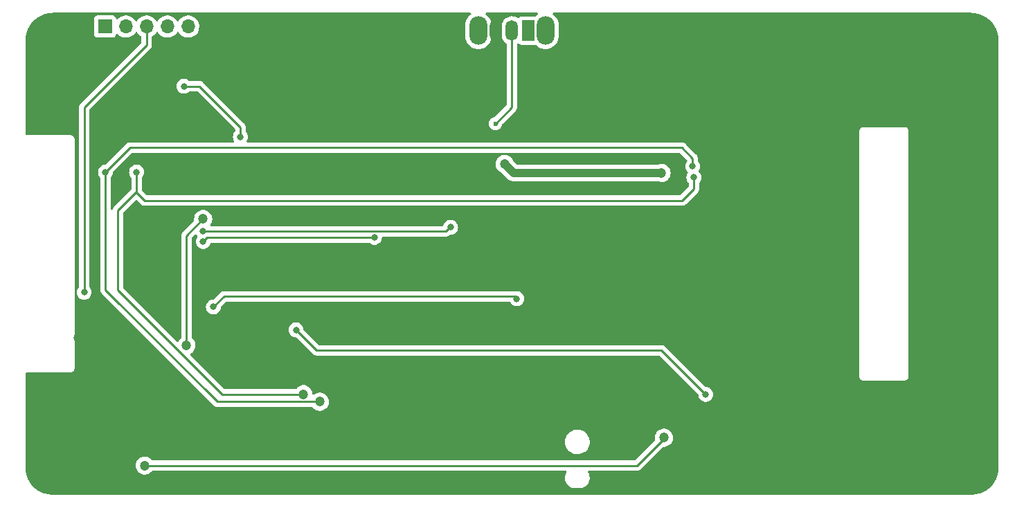
<source format=gbl>
G04 #@! TF.GenerationSoftware,KiCad,Pcbnew,(6.0.0)*
G04 #@! TF.CreationDate,2021-12-31T15:39:09+05:30*
G04 #@! TF.ProjectId,ESP32_BoardV1,45535033-325f-4426-9f61-726456312e6b,rev?*
G04 #@! TF.SameCoordinates,Original*
G04 #@! TF.FileFunction,Copper,L2,Bot*
G04 #@! TF.FilePolarity,Positive*
%FSLAX46Y46*%
G04 Gerber Fmt 4.6, Leading zero omitted, Abs format (unit mm)*
G04 Created by KiCad (PCBNEW (6.0.0)) date 2021-12-31 15:39:09*
%MOMM*%
%LPD*%
G01*
G04 APERTURE LIST*
G04 #@! TA.AperFunction,ComponentPad*
%ADD10C,0.800000*%
G04 #@! TD*
G04 #@! TA.AperFunction,ComponentPad*
%ADD11C,7.000000*%
G04 #@! TD*
G04 #@! TA.AperFunction,ComponentPad*
%ADD12R,1.700000X1.700000*%
G04 #@! TD*
G04 #@! TA.AperFunction,ComponentPad*
%ADD13O,1.700000X1.700000*%
G04 #@! TD*
G04 #@! TA.AperFunction,ComponentPad*
%ADD14O,2.200000X3.500000*%
G04 #@! TD*
G04 #@! TA.AperFunction,ComponentPad*
%ADD15R,1.500000X2.500000*%
G04 #@! TD*
G04 #@! TA.AperFunction,ComponentPad*
%ADD16O,1.500000X2.500000*%
G04 #@! TD*
G04 #@! TA.AperFunction,ViaPad*
%ADD17C,1.200000*%
G04 #@! TD*
G04 #@! TA.AperFunction,ViaPad*
%ADD18C,0.800000*%
G04 #@! TD*
G04 #@! TA.AperFunction,ViaPad*
%ADD19C,0.600000*%
G04 #@! TD*
G04 #@! TA.AperFunction,Conductor*
%ADD20C,0.250000*%
G04 #@! TD*
G04 #@! TA.AperFunction,Conductor*
%ADD21C,1.000000*%
G04 #@! TD*
G04 APERTURE END LIST*
D10*
X89000000Y-96375000D03*
X90856155Y-97143845D03*
X89000000Y-101625000D03*
X91625000Y-99000000D03*
X87143845Y-100856155D03*
D11*
X89000000Y-99000000D03*
D10*
X87143845Y-97143845D03*
X86375000Y-99000000D03*
X90856155Y-100856155D03*
X90856155Y-152856155D03*
X86375000Y-151000000D03*
X87143845Y-149143845D03*
D11*
X89000000Y-151000000D03*
D10*
X87143845Y-152856155D03*
X89000000Y-153625000D03*
X89000000Y-148375000D03*
X91625000Y-151000000D03*
X90856155Y-149143845D03*
X202856155Y-97143845D03*
X201000000Y-96375000D03*
D11*
X201000000Y-99000000D03*
D10*
X199143845Y-97143845D03*
X201000000Y-101625000D03*
X202856155Y-100856155D03*
X199143845Y-100856155D03*
X203625000Y-99000000D03*
X198375000Y-99000000D03*
D12*
X95250000Y-97200000D03*
D13*
X97790000Y-97200000D03*
X100330000Y-97200000D03*
X102870000Y-97200000D03*
X105410000Y-97200000D03*
X107950000Y-97200000D03*
D14*
X140900000Y-97702500D03*
X149100000Y-97702500D03*
D15*
X147000000Y-97702500D03*
D16*
X145000000Y-97702500D03*
X143000000Y-97702500D03*
D10*
X203625000Y-151000000D03*
X198375000Y-151000000D03*
D11*
X201000000Y-151000000D03*
D10*
X202856155Y-149143845D03*
X201000000Y-153625000D03*
X202856155Y-152856155D03*
X199143845Y-152856155D03*
X199143845Y-149143845D03*
X201000000Y-148375000D03*
D17*
X163600000Y-147500000D03*
X100100000Y-150900000D03*
X163300000Y-115100000D03*
X144100000Y-114000000D03*
D18*
X92700000Y-129700000D03*
X111800000Y-110700000D03*
X104900000Y-104500000D03*
X158500000Y-147000000D03*
X157500000Y-147000000D03*
X157500000Y-153000000D03*
X159500000Y-146000000D03*
X159500000Y-153000000D03*
X157500000Y-152000000D03*
X158500000Y-146000000D03*
X159500000Y-147000000D03*
X158500000Y-152000000D03*
X158500000Y-153000000D03*
X157500000Y-146000000D03*
X159500000Y-152000000D03*
X102250000Y-127000000D03*
X135500000Y-128250000D03*
X99250000Y-127000000D03*
X102250000Y-124000000D03*
X100250000Y-124000000D03*
D17*
X172000000Y-125000000D03*
D18*
X101250000Y-127000000D03*
X100250000Y-128000000D03*
X101250000Y-125000000D03*
X100250000Y-126000000D03*
X98250000Y-124000000D03*
X102250000Y-125000000D03*
D17*
X162000000Y-134400000D03*
X125750000Y-143000000D03*
X142500000Y-142250000D03*
D18*
X102250000Y-126000000D03*
X100250000Y-127000000D03*
X167400000Y-143100000D03*
X98250000Y-126000000D03*
D17*
X90000000Y-145000000D03*
X105100000Y-148900000D03*
X172000000Y-119250000D03*
D18*
X168100000Y-136100000D03*
D17*
X92000000Y-135300000D03*
D18*
X100250000Y-125000000D03*
X98250000Y-128000000D03*
X99250000Y-126000000D03*
X99250000Y-125000000D03*
X101250000Y-128000000D03*
X101250000Y-126000000D03*
X101250000Y-124000000D03*
D17*
X143600000Y-123200000D03*
D18*
X151000000Y-103400000D03*
X98250000Y-127000000D03*
D17*
X94500000Y-112900000D03*
D18*
X99250000Y-128000000D03*
D17*
X132250000Y-125000000D03*
D18*
X171700000Y-137200000D03*
X102250000Y-128000000D03*
D17*
X176200000Y-148100000D03*
D18*
X99250000Y-124000000D03*
X167000000Y-149100000D03*
D17*
X135500000Y-140500000D03*
X185150000Y-146670000D03*
D18*
X112700000Y-134000000D03*
X98250000Y-125000000D03*
D19*
X175200000Y-133800000D03*
D18*
X95300000Y-115000000D03*
X167100000Y-114300000D03*
D17*
X121500000Y-143099490D03*
X119500000Y-142174990D03*
D18*
X99100000Y-115000000D03*
X167252500Y-115652500D03*
X145600000Y-130500000D03*
X108500000Y-131500000D03*
D19*
X143000000Y-109073060D03*
D17*
X107250000Y-120750000D03*
X105200000Y-136200000D03*
D18*
X137500000Y-121750000D03*
X107250000Y-122250000D03*
X107250000Y-123500000D03*
X128200000Y-123000000D03*
X118600000Y-134300000D03*
X168700000Y-142200000D03*
D20*
X163600000Y-147500000D02*
X163600000Y-147600000D01*
X163600000Y-147600000D02*
X160300000Y-150900000D01*
X160300000Y-150900000D02*
X100100000Y-150900000D01*
D21*
X144100000Y-114000000D02*
X145200000Y-115100000D01*
X145200000Y-115100000D02*
X163300000Y-115100000D01*
D20*
X92700000Y-129700000D02*
X92700000Y-107100000D01*
X100330000Y-99470000D02*
X100330000Y-97200000D01*
X92700000Y-107100000D02*
X100330000Y-99470000D01*
X106800000Y-104500000D02*
X111800000Y-109500000D01*
X111800000Y-109500000D02*
X111800000Y-110700000D01*
X104900000Y-104500000D02*
X106800000Y-104500000D01*
X98300000Y-112000000D02*
X165800000Y-112000000D01*
X165800000Y-112000000D02*
X167100000Y-113300000D01*
X95300000Y-115000000D02*
X98300000Y-112000000D01*
X121500000Y-143099490D02*
X121499490Y-143100000D01*
X167100000Y-113300000D02*
X167100000Y-114300000D01*
X121499490Y-143100000D02*
X109000000Y-143100000D01*
X109000000Y-143100000D02*
X95300000Y-129400000D01*
X95300000Y-129400000D02*
X95300000Y-115000000D01*
X99100000Y-117500000D02*
X100100000Y-118500000D01*
X96800000Y-119700000D02*
X96800000Y-129400000D01*
X99100000Y-117400000D02*
X96800000Y-119700000D01*
X96800000Y-129400000D02*
X109574990Y-142174990D01*
X109574990Y-142174990D02*
X119500000Y-142174990D01*
X99100000Y-116200000D02*
X99100000Y-117400000D01*
X167252500Y-117047500D02*
X167252500Y-115652500D01*
X99100000Y-115000000D02*
X99100000Y-116200000D01*
X100100000Y-118500000D02*
X165800000Y-118500000D01*
X165800000Y-118500000D02*
X167252500Y-117047500D01*
X99100000Y-116200000D02*
X99100000Y-117500000D01*
X109800000Y-130200000D02*
X108500000Y-131500000D01*
X145300000Y-130200000D02*
X109800000Y-130200000D01*
X145600000Y-130500000D02*
X145300000Y-130200000D01*
X145000000Y-107073060D02*
X145000000Y-97702500D01*
X143000000Y-109073060D02*
X145000000Y-107073060D01*
X105200000Y-122800000D02*
X105200000Y-136200000D01*
X107250000Y-120750000D02*
X105200000Y-122800000D01*
X137450000Y-121750000D02*
X136950000Y-122250000D01*
X137500000Y-121750000D02*
X137450000Y-121750000D01*
X136950000Y-122250000D02*
X107250000Y-122250000D01*
X107750000Y-123000000D02*
X128200000Y-123000000D01*
X107250000Y-123500000D02*
X107750000Y-123000000D01*
X121100000Y-136800000D02*
X163300000Y-136800000D01*
X118600000Y-134300000D02*
X121100000Y-136800000D01*
X163300000Y-136800000D02*
X168700000Y-142200000D01*
G04 #@! TA.AperFunction,Conductor*
G36*
X139963275Y-95528002D02*
G01*
X140009768Y-95581658D01*
X140019872Y-95651932D01*
X139990378Y-95716512D01*
X139960990Y-95741432D01*
X139955842Y-95744587D01*
X139951624Y-95747172D01*
X139759102Y-95911602D01*
X139594672Y-96104124D01*
X139462384Y-96319998D01*
X139460491Y-96324568D01*
X139460489Y-96324572D01*
X139375074Y-96530783D01*
X139365495Y-96553909D01*
X139364340Y-96558721D01*
X139310088Y-96784699D01*
X139306391Y-96800097D01*
X139298535Y-96899916D01*
X139292034Y-96982522D01*
X139291500Y-96989301D01*
X139291500Y-98415699D01*
X139291693Y-98418148D01*
X139291693Y-98418155D01*
X139291891Y-98420667D01*
X139306391Y-98604903D01*
X139307545Y-98609710D01*
X139307546Y-98609716D01*
X139317602Y-98651601D01*
X139365495Y-98851091D01*
X139367388Y-98855662D01*
X139367389Y-98855664D01*
X139444402Y-99041589D01*
X139462384Y-99085002D01*
X139594672Y-99300876D01*
X139759102Y-99493398D01*
X139951624Y-99657828D01*
X140167498Y-99790116D01*
X140172068Y-99792009D01*
X140172072Y-99792011D01*
X140396836Y-99885111D01*
X140401409Y-99887005D01*
X140486032Y-99907321D01*
X140642784Y-99944954D01*
X140642790Y-99944955D01*
X140647597Y-99946109D01*
X140900000Y-99965974D01*
X141152403Y-99946109D01*
X141157210Y-99944955D01*
X141157216Y-99944954D01*
X141313968Y-99907321D01*
X141398591Y-99887005D01*
X141403164Y-99885111D01*
X141627928Y-99792011D01*
X141627932Y-99792009D01*
X141632502Y-99790116D01*
X141848376Y-99657828D01*
X142040898Y-99493398D01*
X142205328Y-99300876D01*
X142337616Y-99085002D01*
X142355599Y-99041589D01*
X142432611Y-98855664D01*
X142432612Y-98855662D01*
X142434505Y-98851091D01*
X142482398Y-98651601D01*
X142492454Y-98609716D01*
X142492455Y-98609710D01*
X142493609Y-98604903D01*
X142508109Y-98420667D01*
X142508307Y-98418155D01*
X142508307Y-98418148D01*
X142508500Y-98415699D01*
X142508500Y-96989301D01*
X142507967Y-96982522D01*
X142501465Y-96899916D01*
X142493609Y-96800097D01*
X142489913Y-96784699D01*
X142435660Y-96558721D01*
X142434505Y-96553909D01*
X142424926Y-96530783D01*
X142339511Y-96324572D01*
X142339509Y-96324568D01*
X142337616Y-96319998D01*
X142205328Y-96104124D01*
X142040898Y-95911602D01*
X141848376Y-95747172D01*
X141844158Y-95744587D01*
X141839010Y-95741432D01*
X141791379Y-95688784D01*
X141779773Y-95618743D01*
X141807877Y-95553545D01*
X141866768Y-95513892D01*
X141904846Y-95508000D01*
X148095154Y-95508000D01*
X148163275Y-95528002D01*
X148209768Y-95581658D01*
X148219872Y-95651932D01*
X148190378Y-95716512D01*
X148160990Y-95741432D01*
X148155842Y-95744587D01*
X148151624Y-95747172D01*
X147959102Y-95911602D01*
X147956907Y-95914172D01*
X147894976Y-95947990D01*
X147854586Y-95950132D01*
X147801533Y-95944369D01*
X147801529Y-95944369D01*
X147798134Y-95944000D01*
X146201866Y-95944000D01*
X146139684Y-95950755D01*
X146003295Y-96001885D01*
X145886739Y-96089239D01*
X145862421Y-96121687D01*
X145805564Y-96164201D01*
X145734746Y-96169227D01*
X145691320Y-96150702D01*
X145613399Y-96098341D01*
X145613390Y-96098336D01*
X145608738Y-96095210D01*
X145403033Y-96004912D01*
X145397582Y-96003603D01*
X145397578Y-96003602D01*
X145190046Y-95953778D01*
X145190045Y-95953778D01*
X145184589Y-95952468D01*
X145100525Y-95947621D01*
X144965917Y-95939860D01*
X144965914Y-95939860D01*
X144960310Y-95939537D01*
X144737285Y-95966525D01*
X144522565Y-96032582D01*
X144517585Y-96035152D01*
X144517581Y-96035154D01*
X144349931Y-96121685D01*
X144322936Y-96135618D01*
X144144708Y-96272377D01*
X143993515Y-96438536D01*
X143990537Y-96443283D01*
X143990535Y-96443286D01*
X143924011Y-96549336D01*
X143874136Y-96628844D01*
X143790344Y-96837283D01*
X143744787Y-97057267D01*
X143741500Y-97114275D01*
X143741500Y-98259499D01*
X143741749Y-98262286D01*
X143741749Y-98262292D01*
X143745462Y-98303891D01*
X143756383Y-98426262D01*
X143757864Y-98431676D01*
X143757865Y-98431681D01*
X143771201Y-98480427D01*
X143815663Y-98642951D01*
X143818075Y-98648009D01*
X143818077Y-98648013D01*
X143864021Y-98744335D01*
X143912378Y-98845718D01*
X144043471Y-99028154D01*
X144106488Y-99089222D01*
X144174784Y-99155405D01*
X144204799Y-99184492D01*
X144209463Y-99187626D01*
X144310776Y-99255706D01*
X144356161Y-99310302D01*
X144366500Y-99360287D01*
X144366500Y-106758466D01*
X144346498Y-106826587D01*
X144329595Y-106847561D01*
X142938908Y-108238247D01*
X142876596Y-108272273D01*
X142862986Y-108274462D01*
X142854210Y-108275384D01*
X142832288Y-108277688D01*
X142832286Y-108277688D01*
X142825288Y-108278424D01*
X142653579Y-108336878D01*
X142647575Y-108340572D01*
X142505095Y-108428226D01*
X142505092Y-108428228D01*
X142499088Y-108431922D01*
X142494053Y-108436853D01*
X142494050Y-108436855D01*
X142374525Y-108553903D01*
X142369493Y-108558831D01*
X142271235Y-108711298D01*
X142209197Y-108881745D01*
X142186463Y-109061700D01*
X142204163Y-109242220D01*
X142261418Y-109414333D01*
X142265065Y-109420355D01*
X142265066Y-109420357D01*
X142346513Y-109554842D01*
X142355380Y-109569484D01*
X142360269Y-109574547D01*
X142360270Y-109574548D01*
X142419253Y-109635626D01*
X142481382Y-109699962D01*
X142513729Y-109721129D01*
X142624059Y-109793327D01*
X142633159Y-109799282D01*
X142639763Y-109801738D01*
X142639765Y-109801739D01*
X142796558Y-109860050D01*
X142796560Y-109860050D01*
X142803168Y-109862508D01*
X142886995Y-109873693D01*
X142975980Y-109885567D01*
X142975984Y-109885567D01*
X142982961Y-109886498D01*
X142989972Y-109885860D01*
X142989976Y-109885860D01*
X143132459Y-109872892D01*
X143163600Y-109870058D01*
X143170302Y-109867880D01*
X143170304Y-109867880D01*
X143329409Y-109816184D01*
X143329412Y-109816183D01*
X143336108Y-109814007D01*
X143438891Y-109752736D01*
X143485860Y-109724737D01*
X143485862Y-109724736D01*
X143491912Y-109721129D01*
X143623266Y-109596042D01*
X143723643Y-109444962D01*
X143778675Y-109300092D01*
X143785555Y-109281980D01*
X143785556Y-109281978D01*
X143788055Y-109275398D01*
X143791779Y-109248904D01*
X143797639Y-109207205D01*
X143826927Y-109142531D01*
X143833318Y-109135646D01*
X145392253Y-107576712D01*
X145400539Y-107569172D01*
X145407018Y-107565060D01*
X145453644Y-107515408D01*
X145456398Y-107512567D01*
X145476135Y-107492830D01*
X145478615Y-107489633D01*
X145486320Y-107480611D01*
X145511159Y-107454160D01*
X145516586Y-107448381D01*
X145520405Y-107441435D01*
X145520407Y-107441432D01*
X145526348Y-107430626D01*
X145537199Y-107414107D01*
X145544758Y-107404361D01*
X145549614Y-107398101D01*
X145552759Y-107390832D01*
X145552762Y-107390828D01*
X145567174Y-107357523D01*
X145572391Y-107346873D01*
X145593695Y-107308120D01*
X145598733Y-107288497D01*
X145605137Y-107269794D01*
X145610033Y-107258480D01*
X145610033Y-107258479D01*
X145613181Y-107251205D01*
X145614420Y-107243382D01*
X145614423Y-107243372D01*
X145620099Y-107207536D01*
X145622505Y-107195916D01*
X145631528Y-107160771D01*
X145631528Y-107160770D01*
X145633500Y-107153090D01*
X145633500Y-107132836D01*
X145635051Y-107113125D01*
X145636980Y-107100946D01*
X145638220Y-107093117D01*
X145634059Y-107049098D01*
X145633500Y-107037241D01*
X145633500Y-99364947D01*
X145653502Y-99296826D01*
X145682793Y-99264987D01*
X145687010Y-99261751D01*
X145753230Y-99236148D01*
X145822779Y-99250411D01*
X145864542Y-99286144D01*
X145886739Y-99315761D01*
X146003295Y-99403115D01*
X146139684Y-99454245D01*
X146201866Y-99461000D01*
X147798134Y-99461000D01*
X147801529Y-99460631D01*
X147801533Y-99460631D01*
X147854586Y-99454868D01*
X147924469Y-99467397D01*
X147956760Y-99490655D01*
X147959102Y-99493398D01*
X148151624Y-99657828D01*
X148367498Y-99790116D01*
X148372068Y-99792009D01*
X148372072Y-99792011D01*
X148596836Y-99885111D01*
X148601409Y-99887005D01*
X148686032Y-99907321D01*
X148842784Y-99944954D01*
X148842790Y-99944955D01*
X148847597Y-99946109D01*
X149100000Y-99965974D01*
X149352403Y-99946109D01*
X149357210Y-99944955D01*
X149357216Y-99944954D01*
X149513968Y-99907321D01*
X149598591Y-99887005D01*
X149603164Y-99885111D01*
X149827928Y-99792011D01*
X149827932Y-99792009D01*
X149832502Y-99790116D01*
X150048376Y-99657828D01*
X150240898Y-99493398D01*
X150405328Y-99300876D01*
X150537616Y-99085002D01*
X150555599Y-99041589D01*
X150632611Y-98855664D01*
X150632612Y-98855662D01*
X150634505Y-98851091D01*
X150682398Y-98651601D01*
X150692454Y-98609716D01*
X150692455Y-98609710D01*
X150693609Y-98604903D01*
X150708109Y-98420667D01*
X150708307Y-98418155D01*
X150708307Y-98418148D01*
X150708500Y-98415699D01*
X150708500Y-96989301D01*
X150707967Y-96982522D01*
X150701465Y-96899916D01*
X150693609Y-96800097D01*
X150689913Y-96784699D01*
X150635660Y-96558721D01*
X150634505Y-96553909D01*
X150624926Y-96530783D01*
X150539511Y-96324572D01*
X150539509Y-96324568D01*
X150537616Y-96319998D01*
X150405328Y-96104124D01*
X150240898Y-95911602D01*
X150048376Y-95747172D01*
X150044158Y-95744587D01*
X150039010Y-95741432D01*
X149991379Y-95688784D01*
X149979773Y-95618743D01*
X150007877Y-95553545D01*
X150066768Y-95513892D01*
X150104846Y-95508000D01*
X200950672Y-95508000D01*
X200970057Y-95509500D01*
X200984858Y-95511805D01*
X200984861Y-95511805D01*
X200993730Y-95513186D01*
X201013054Y-95510659D01*
X201035570Y-95509747D01*
X201336100Y-95524512D01*
X201348394Y-95525722D01*
X201675139Y-95574191D01*
X201687249Y-95576599D01*
X201987996Y-95651932D01*
X202007674Y-95656861D01*
X202019507Y-95660451D01*
X202330494Y-95771725D01*
X202341918Y-95776456D01*
X202493725Y-95848255D01*
X202635603Y-95915358D01*
X202640523Y-95917685D01*
X202651424Y-95923512D01*
X202747935Y-95981358D01*
X202934745Y-96093328D01*
X202945026Y-96100198D01*
X203210329Y-96296960D01*
X203219887Y-96304804D01*
X203464630Y-96526626D01*
X203473374Y-96535370D01*
X203695196Y-96780113D01*
X203703040Y-96789671D01*
X203899802Y-97054974D01*
X203906672Y-97065255D01*
X204029337Y-97269908D01*
X204076486Y-97348572D01*
X204082315Y-97359477D01*
X204223544Y-97658082D01*
X204228275Y-97669506D01*
X204339549Y-97980493D01*
X204343138Y-97992324D01*
X204421182Y-98303891D01*
X204423399Y-98312743D01*
X204425809Y-98324861D01*
X204468064Y-98609716D01*
X204474277Y-98651601D01*
X204475489Y-98663907D01*
X204489890Y-98957062D01*
X204488543Y-98982624D01*
X204488195Y-98984857D01*
X204488195Y-98984861D01*
X204486814Y-98993730D01*
X204487978Y-99002632D01*
X204487978Y-99002635D01*
X204490936Y-99025251D01*
X204492000Y-99041589D01*
X204492000Y-150950672D01*
X204490500Y-150970056D01*
X204486814Y-150993730D01*
X204489274Y-151012539D01*
X204489341Y-151013050D01*
X204490253Y-151035570D01*
X204478932Y-151266010D01*
X204475489Y-151336094D01*
X204474278Y-151348394D01*
X204432947Y-151627024D01*
X204425811Y-151675130D01*
X204423401Y-151687249D01*
X204344128Y-152003725D01*
X204343139Y-152007674D01*
X204339549Y-152019507D01*
X204228275Y-152330494D01*
X204223544Y-152341918D01*
X204082315Y-152640523D01*
X204076488Y-152651424D01*
X204069721Y-152662715D01*
X203906672Y-152934745D01*
X203899802Y-152945026D01*
X203703040Y-153210329D01*
X203695196Y-153219887D01*
X203473374Y-153464630D01*
X203464630Y-153473374D01*
X203219887Y-153695196D01*
X203210329Y-153703040D01*
X202945026Y-153899802D01*
X202934745Y-153906672D01*
X202651428Y-154076486D01*
X202640523Y-154082315D01*
X202341918Y-154223544D01*
X202330494Y-154228275D01*
X202019507Y-154339549D01*
X202007676Y-154343138D01*
X201687249Y-154423401D01*
X201675139Y-154425809D01*
X201348394Y-154474278D01*
X201336098Y-154475489D01*
X201247344Y-154479849D01*
X201042938Y-154489890D01*
X201017376Y-154488543D01*
X201015143Y-154488195D01*
X201015139Y-154488195D01*
X201006270Y-154486814D01*
X200997368Y-154487978D01*
X200997365Y-154487978D01*
X200978083Y-154490500D01*
X200975728Y-154490808D01*
X200974749Y-154490936D01*
X200958411Y-154492000D01*
X89049328Y-154492000D01*
X89029943Y-154490500D01*
X89015142Y-154488195D01*
X89015139Y-154488195D01*
X89006270Y-154486814D01*
X88986946Y-154489341D01*
X88964430Y-154490253D01*
X88663900Y-154475488D01*
X88651606Y-154474278D01*
X88324861Y-154425809D01*
X88312751Y-154423401D01*
X87992324Y-154343138D01*
X87980493Y-154339549D01*
X87669506Y-154228275D01*
X87658082Y-154223544D01*
X87359477Y-154082315D01*
X87348572Y-154076486D01*
X87065255Y-153906672D01*
X87054974Y-153899802D01*
X86789671Y-153703040D01*
X86780113Y-153695196D01*
X86535370Y-153473374D01*
X86526626Y-153464630D01*
X86304804Y-153219887D01*
X86296960Y-153210329D01*
X86100198Y-152945026D01*
X86093328Y-152934745D01*
X85930279Y-152662715D01*
X85923512Y-152651424D01*
X85917685Y-152640523D01*
X85776456Y-152341918D01*
X85771725Y-152330494D01*
X85660451Y-152019507D01*
X85656861Y-152007674D01*
X85655872Y-152003725D01*
X85576599Y-151687249D01*
X85574189Y-151675130D01*
X85567054Y-151627024D01*
X85525722Y-151348394D01*
X85524511Y-151336093D01*
X85510293Y-151046665D01*
X85511886Y-151019586D01*
X85512264Y-151017340D01*
X85512265Y-151017331D01*
X85513071Y-151012539D01*
X85513224Y-151000000D01*
X85509273Y-150972412D01*
X85508000Y-150954549D01*
X85508000Y-150870859D01*
X98987132Y-150870859D01*
X99000457Y-151074151D01*
X99050605Y-151271610D01*
X99135898Y-151456624D01*
X99253479Y-151622997D01*
X99399410Y-151765157D01*
X99404206Y-151768362D01*
X99404209Y-151768364D01*
X99446162Y-151796396D01*
X99568803Y-151878342D01*
X99574106Y-151880620D01*
X99574109Y-151880622D01*
X99750680Y-151956483D01*
X99755987Y-151958763D01*
X99828817Y-151975243D01*
X99949055Y-152002450D01*
X99949060Y-152002451D01*
X99954692Y-152003725D01*
X99960463Y-152003952D01*
X99960465Y-152003952D01*
X100023470Y-152006427D01*
X100158263Y-152011723D01*
X100359883Y-151982490D01*
X100365347Y-151980635D01*
X100365352Y-151980634D01*
X100547327Y-151918862D01*
X100547332Y-151918860D01*
X100552799Y-151917004D01*
X100730551Y-151817458D01*
X100887186Y-151687186D01*
X100937222Y-151627024D01*
X100977221Y-151578931D01*
X101036159Y-151539347D01*
X101074095Y-151533500D01*
X151579445Y-151533500D01*
X151647566Y-151553502D01*
X151694059Y-151607158D01*
X151704163Y-151677432D01*
X151684026Y-151729776D01*
X151645841Y-151786601D01*
X151645836Y-151786610D01*
X151642710Y-151791262D01*
X151552412Y-151996967D01*
X151551103Y-152002418D01*
X151551102Y-152002422D01*
X151520012Y-152131923D01*
X151499968Y-152215411D01*
X151487037Y-152439690D01*
X151514025Y-152662715D01*
X151580082Y-152877435D01*
X151582652Y-152882415D01*
X151582654Y-152882419D01*
X151647852Y-153008738D01*
X151683118Y-153077064D01*
X151819877Y-153255292D01*
X151986036Y-153406485D01*
X151990783Y-153409463D01*
X151990786Y-153409465D01*
X152119229Y-153490036D01*
X152176344Y-153525864D01*
X152384783Y-153609656D01*
X152604767Y-153655213D01*
X152609378Y-153655479D01*
X152609379Y-153655479D01*
X152659952Y-153658395D01*
X152659956Y-153658395D01*
X152661775Y-153658500D01*
X153306999Y-153658500D01*
X153309786Y-153658251D01*
X153309792Y-153658251D01*
X153379929Y-153651991D01*
X153473762Y-153643617D01*
X153479176Y-153642136D01*
X153479181Y-153642135D01*
X153606912Y-153607191D01*
X153690451Y-153584337D01*
X153695509Y-153581925D01*
X153695513Y-153581923D01*
X153813042Y-153525864D01*
X153893218Y-153487622D01*
X154075654Y-153356529D01*
X154231992Y-153195201D01*
X154357290Y-153008738D01*
X154447588Y-152803033D01*
X154485261Y-152646117D01*
X154498722Y-152590046D01*
X154498722Y-152590045D01*
X154500032Y-152584589D01*
X154512963Y-152360310D01*
X154485975Y-152137285D01*
X154419918Y-151922565D01*
X154415591Y-151914180D01*
X154319454Y-151727919D01*
X154319454Y-151727918D01*
X154316882Y-151722936D01*
X154317601Y-151722565D01*
X154299267Y-151658779D01*
X154319658Y-151590774D01*
X154373579Y-151544589D01*
X154425265Y-151533500D01*
X160221233Y-151533500D01*
X160232416Y-151534027D01*
X160239909Y-151535702D01*
X160247835Y-151535453D01*
X160247836Y-151535453D01*
X160307986Y-151533562D01*
X160311945Y-151533500D01*
X160339856Y-151533500D01*
X160343791Y-151533003D01*
X160343856Y-151532995D01*
X160355693Y-151532062D01*
X160387951Y-151531048D01*
X160391970Y-151530922D01*
X160399889Y-151530673D01*
X160419343Y-151525021D01*
X160438700Y-151521013D01*
X160450930Y-151519468D01*
X160450931Y-151519468D01*
X160458797Y-151518474D01*
X160466168Y-151515555D01*
X160466170Y-151515555D01*
X160499912Y-151502196D01*
X160511142Y-151498351D01*
X160545983Y-151488229D01*
X160545984Y-151488229D01*
X160553593Y-151486018D01*
X160560412Y-151481985D01*
X160560417Y-151481983D01*
X160571028Y-151475707D01*
X160588776Y-151467012D01*
X160607617Y-151459552D01*
X160618867Y-151451379D01*
X160643387Y-151433564D01*
X160653307Y-151427048D01*
X160684535Y-151408580D01*
X160684538Y-151408578D01*
X160691362Y-151404542D01*
X160705683Y-151390221D01*
X160720717Y-151377380D01*
X160730694Y-151370131D01*
X160737107Y-151365472D01*
X160765298Y-151331395D01*
X160773288Y-151322616D01*
X163451791Y-148644114D01*
X163514103Y-148610088D01*
X163545832Y-148607306D01*
X163601067Y-148609476D01*
X163658263Y-148611723D01*
X163859883Y-148582490D01*
X163865347Y-148580635D01*
X163865352Y-148580634D01*
X164047327Y-148518862D01*
X164047332Y-148518860D01*
X164052799Y-148517004D01*
X164230551Y-148417458D01*
X164387186Y-148287186D01*
X164517458Y-148130551D01*
X164617004Y-147952799D01*
X164618860Y-147947332D01*
X164618862Y-147947327D01*
X164680634Y-147765352D01*
X164680635Y-147765347D01*
X164682490Y-147759883D01*
X164711723Y-147558263D01*
X164713249Y-147500000D01*
X164694608Y-147297126D01*
X164650475Y-147140646D01*
X164640875Y-147106606D01*
X164640874Y-147106604D01*
X164639307Y-147101047D01*
X164628680Y-147079496D01*
X164551756Y-146923510D01*
X164549201Y-146918329D01*
X164530796Y-146893681D01*
X164430758Y-146759715D01*
X164430758Y-146759714D01*
X164427305Y-146755091D01*
X164277703Y-146616800D01*
X164192048Y-146562756D01*
X164110288Y-146511169D01*
X164110283Y-146511167D01*
X164105404Y-146508088D01*
X163916180Y-146432595D01*
X163716366Y-146392849D01*
X163710592Y-146392773D01*
X163710588Y-146392773D01*
X163607452Y-146391424D01*
X163512655Y-146390183D01*
X163506958Y-146391162D01*
X163506957Y-146391162D01*
X163317567Y-146423705D01*
X163311870Y-146424684D01*
X163120734Y-146495198D01*
X163115773Y-146498150D01*
X163115772Y-146498150D01*
X163007180Y-146562756D01*
X162945649Y-146599363D01*
X162792478Y-146733690D01*
X162788911Y-146738215D01*
X162788906Y-146738220D01*
X162702331Y-146848040D01*
X162666351Y-146893681D01*
X162663662Y-146898792D01*
X162663660Y-146898795D01*
X162637405Y-146948698D01*
X162571492Y-147073978D01*
X162511078Y-147268543D01*
X162487132Y-147470859D01*
X162500457Y-147674151D01*
X162501879Y-147679749D01*
X162509046Y-147707971D01*
X162506426Y-147778919D01*
X162476017Y-147828079D01*
X160074500Y-150229595D01*
X160012188Y-150263621D01*
X159985405Y-150266500D01*
X101073663Y-150266500D01*
X101005542Y-150246498D01*
X100972705Y-150215889D01*
X100930758Y-150159715D01*
X100930757Y-150159714D01*
X100927305Y-150155091D01*
X100777703Y-150016800D01*
X100731675Y-149987759D01*
X100610288Y-149911169D01*
X100610283Y-149911167D01*
X100605404Y-149908088D01*
X100416180Y-149832595D01*
X100216366Y-149792849D01*
X100210592Y-149792773D01*
X100210588Y-149792773D01*
X100107452Y-149791424D01*
X100012655Y-149790183D01*
X100006958Y-149791162D01*
X100006957Y-149791162D01*
X99817567Y-149823705D01*
X99811870Y-149824684D01*
X99620734Y-149895198D01*
X99445649Y-149999363D01*
X99292478Y-150133690D01*
X99288911Y-150138215D01*
X99288906Y-150138220D01*
X99227677Y-150215889D01*
X99166351Y-150293681D01*
X99071492Y-150473978D01*
X99011078Y-150668543D01*
X98987132Y-150870859D01*
X85508000Y-150870859D01*
X85508000Y-148052817D01*
X151487514Y-148052817D01*
X151488095Y-148057837D01*
X151488095Y-148057841D01*
X151514632Y-148287186D01*
X151515415Y-148293956D01*
X151516791Y-148298820D01*
X151516792Y-148298823D01*
X151562476Y-148460266D01*
X151581510Y-148527532D01*
X151583644Y-148532108D01*
X151583646Y-148532114D01*
X151640446Y-148653922D01*
X151684099Y-148747536D01*
X151820544Y-148948307D01*
X151987332Y-149124681D01*
X151991358Y-149127759D01*
X151991359Y-149127760D01*
X152176154Y-149269047D01*
X152176158Y-149269050D01*
X152180174Y-149272120D01*
X152394109Y-149386831D01*
X152623631Y-149465862D01*
X152722978Y-149483022D01*
X152858926Y-149506504D01*
X152858932Y-149506505D01*
X152862836Y-149507179D01*
X152866797Y-149507359D01*
X152866798Y-149507359D01*
X152890506Y-149508436D01*
X152890525Y-149508436D01*
X152891925Y-149508500D01*
X153061001Y-149508500D01*
X153063509Y-149508298D01*
X153063514Y-149508298D01*
X153236924Y-149494346D01*
X153236929Y-149494345D01*
X153241965Y-149493940D01*
X153246873Y-149492734D01*
X153246876Y-149492734D01*
X153472792Y-149437244D01*
X153477706Y-149436037D01*
X153482358Y-149434062D01*
X153482362Y-149434061D01*
X153696498Y-149343165D01*
X153701156Y-149341188D01*
X153807037Y-149274511D01*
X153902288Y-149214528D01*
X153902291Y-149214526D01*
X153906567Y-149211833D01*
X154005422Y-149124681D01*
X154084858Y-149054650D01*
X154084861Y-149054647D01*
X154088655Y-149051302D01*
X154242734Y-148863722D01*
X154364841Y-148653922D01*
X154416685Y-148518862D01*
X154450020Y-148432022D01*
X154450021Y-148432018D01*
X154451833Y-148427298D01*
X154452868Y-148422345D01*
X154500440Y-148194631D01*
X154500440Y-148194627D01*
X154501474Y-148189680D01*
X154512486Y-147947183D01*
X154497235Y-147815373D01*
X154485167Y-147711071D01*
X154485166Y-147711067D01*
X154484585Y-147706044D01*
X154445517Y-147567978D01*
X154419866Y-147477331D01*
X154418490Y-147472468D01*
X154416356Y-147467892D01*
X154416354Y-147467886D01*
X154318038Y-147257046D01*
X154318036Y-147257042D01*
X154315901Y-147252464D01*
X154179456Y-147051693D01*
X154012668Y-146875319D01*
X154008641Y-146872240D01*
X153823846Y-146730953D01*
X153823842Y-146730950D01*
X153819826Y-146727880D01*
X153605891Y-146613169D01*
X153376369Y-146534138D01*
X153243390Y-146511169D01*
X153141074Y-146493496D01*
X153141068Y-146493495D01*
X153137164Y-146492821D01*
X153133203Y-146492641D01*
X153133202Y-146492641D01*
X153109494Y-146491564D01*
X153109475Y-146491564D01*
X153108075Y-146491500D01*
X152938999Y-146491500D01*
X152936491Y-146491702D01*
X152936486Y-146491702D01*
X152763076Y-146505654D01*
X152763071Y-146505655D01*
X152758035Y-146506060D01*
X152753127Y-146507266D01*
X152753124Y-146507266D01*
X152637007Y-146535787D01*
X152522294Y-146563963D01*
X152517642Y-146565938D01*
X152517638Y-146565939D01*
X152445856Y-146596409D01*
X152298844Y-146658812D01*
X152294560Y-146661510D01*
X152097712Y-146785472D01*
X152097709Y-146785474D01*
X152093433Y-146788167D01*
X152089639Y-146791512D01*
X151915142Y-146945350D01*
X151915139Y-146945353D01*
X151911345Y-146948698D01*
X151908135Y-146952606D01*
X151908134Y-146952607D01*
X151781639Y-147106606D01*
X151757266Y-147136278D01*
X151635159Y-147346078D01*
X151633346Y-147350801D01*
X151553710Y-147558263D01*
X151548167Y-147572702D01*
X151547133Y-147577652D01*
X151547132Y-147577655D01*
X151510257Y-147754169D01*
X151498526Y-147810320D01*
X151487514Y-148052817D01*
X85508000Y-148052817D01*
X85508000Y-139634000D01*
X85528002Y-139565879D01*
X85581658Y-139519386D01*
X85634000Y-139508000D01*
X90991298Y-139508000D01*
X90992069Y-139508002D01*
X91069652Y-139508476D01*
X91078281Y-139506010D01*
X91078286Y-139506009D01*
X91098048Y-139500361D01*
X91114809Y-139496783D01*
X91135152Y-139493870D01*
X91135162Y-139493867D01*
X91144045Y-139492595D01*
X91167395Y-139481979D01*
X91184907Y-139475536D01*
X91200937Y-139470954D01*
X91209565Y-139468488D01*
X91234548Y-139452726D01*
X91249614Y-139444596D01*
X91276510Y-139432367D01*
X91295939Y-139415626D01*
X91310947Y-139404521D01*
X91325039Y-139395630D01*
X91332631Y-139390840D01*
X91352182Y-139368703D01*
X91364374Y-139356659D01*
X91379949Y-139343239D01*
X91379950Y-139343237D01*
X91386747Y-139337381D01*
X91391626Y-139329853D01*
X91391629Y-139329850D01*
X91400696Y-139315861D01*
X91411986Y-139300987D01*
X91423012Y-139288502D01*
X91428956Y-139281772D01*
X91441510Y-139255034D01*
X91449824Y-139240065D01*
X91465893Y-139215273D01*
X91473239Y-139190709D01*
X91479901Y-139173264D01*
X91486983Y-139158179D01*
X91490799Y-139150052D01*
X91495343Y-139120870D01*
X91499126Y-139104151D01*
X91505014Y-139084464D01*
X91505015Y-139084461D01*
X91507587Y-139075859D01*
X91507797Y-139041444D01*
X91507830Y-139040672D01*
X91508000Y-139039577D01*
X91508000Y-139008702D01*
X91508002Y-139007932D01*
X91508452Y-138934284D01*
X91508452Y-138934283D01*
X91508476Y-138930348D01*
X91508092Y-138929004D01*
X91508000Y-138927659D01*
X91508000Y-129700000D01*
X91786496Y-129700000D01*
X91787186Y-129706565D01*
X91799228Y-129821134D01*
X91806458Y-129889928D01*
X91865473Y-130071556D01*
X91960960Y-130236944D01*
X92088747Y-130378866D01*
X92243248Y-130491118D01*
X92249276Y-130493802D01*
X92249278Y-130493803D01*
X92411681Y-130566109D01*
X92417712Y-130568794D01*
X92510990Y-130588621D01*
X92598056Y-130607128D01*
X92598061Y-130607128D01*
X92604513Y-130608500D01*
X92795487Y-130608500D01*
X92801939Y-130607128D01*
X92801944Y-130607128D01*
X92889010Y-130588621D01*
X92982288Y-130568794D01*
X92988319Y-130566109D01*
X93150722Y-130493803D01*
X93150724Y-130493802D01*
X93156752Y-130491118D01*
X93311253Y-130378866D01*
X93439040Y-130236944D01*
X93534527Y-130071556D01*
X93593542Y-129889928D01*
X93600773Y-129821134D01*
X93612814Y-129706565D01*
X93613504Y-129700000D01*
X93609344Y-129660417D01*
X93594232Y-129516635D01*
X93594232Y-129516633D01*
X93593542Y-129510072D01*
X93534527Y-129328444D01*
X93439040Y-129163056D01*
X93365863Y-129081785D01*
X93335147Y-129017779D01*
X93333500Y-128997476D01*
X93333500Y-115000000D01*
X94386496Y-115000000D01*
X94387186Y-115006565D01*
X94397396Y-115103704D01*
X94406458Y-115189928D01*
X94465473Y-115371556D01*
X94560960Y-115536944D01*
X94634137Y-115618215D01*
X94664853Y-115682221D01*
X94666500Y-115702524D01*
X94666500Y-129321233D01*
X94665973Y-129332416D01*
X94664298Y-129339909D01*
X94664547Y-129347835D01*
X94664547Y-129347836D01*
X94666438Y-129407986D01*
X94666500Y-129411945D01*
X94666500Y-129439856D01*
X94666997Y-129443790D01*
X94666997Y-129443791D01*
X94667005Y-129443856D01*
X94667938Y-129455693D01*
X94669327Y-129499889D01*
X94674978Y-129519339D01*
X94678987Y-129538700D01*
X94681526Y-129558797D01*
X94684445Y-129566168D01*
X94684445Y-129566170D01*
X94697804Y-129599912D01*
X94701649Y-129611142D01*
X94707478Y-129631206D01*
X94713982Y-129653593D01*
X94718015Y-129660412D01*
X94718017Y-129660417D01*
X94724293Y-129671028D01*
X94732988Y-129688776D01*
X94740448Y-129707617D01*
X94745110Y-129714033D01*
X94745110Y-129714034D01*
X94766436Y-129743387D01*
X94772952Y-129753307D01*
X94795458Y-129791362D01*
X94809779Y-129805683D01*
X94822619Y-129820716D01*
X94834528Y-129837107D01*
X94840634Y-129842158D01*
X94868605Y-129865298D01*
X94877384Y-129873288D01*
X108496348Y-143492253D01*
X108503888Y-143500539D01*
X108508000Y-143507018D01*
X108513777Y-143512443D01*
X108557651Y-143553643D01*
X108560493Y-143556398D01*
X108580230Y-143576135D01*
X108583427Y-143578615D01*
X108592447Y-143586318D01*
X108624679Y-143616586D01*
X108631625Y-143620405D01*
X108631628Y-143620407D01*
X108642434Y-143626348D01*
X108658953Y-143637199D01*
X108674959Y-143649614D01*
X108682228Y-143652759D01*
X108682232Y-143652762D01*
X108715537Y-143667174D01*
X108726187Y-143672391D01*
X108764940Y-143693695D01*
X108772615Y-143695666D01*
X108772616Y-143695666D01*
X108784562Y-143698733D01*
X108803267Y-143705137D01*
X108821855Y-143713181D01*
X108829678Y-143714420D01*
X108829688Y-143714423D01*
X108865524Y-143720099D01*
X108877144Y-143722505D01*
X108912289Y-143731528D01*
X108919970Y-143733500D01*
X108940224Y-143733500D01*
X108959934Y-143735051D01*
X108979943Y-143738220D01*
X108987835Y-143737474D01*
X109013467Y-143735051D01*
X109023962Y-143734059D01*
X109035819Y-143733500D01*
X120525347Y-143733500D01*
X120593468Y-143753502D01*
X120628243Y-143786779D01*
X120653479Y-143822487D01*
X120799410Y-143964647D01*
X120804206Y-143967852D01*
X120804209Y-143967854D01*
X120872149Y-144013250D01*
X120968803Y-144077832D01*
X120974106Y-144080110D01*
X120974109Y-144080112D01*
X121063115Y-144118352D01*
X121155987Y-144158253D01*
X121228817Y-144174733D01*
X121349055Y-144201940D01*
X121349060Y-144201941D01*
X121354692Y-144203215D01*
X121360463Y-144203442D01*
X121360465Y-144203442D01*
X121423470Y-144205917D01*
X121558263Y-144211213D01*
X121759883Y-144181980D01*
X121765347Y-144180125D01*
X121765352Y-144180124D01*
X121947327Y-144118352D01*
X121947332Y-144118350D01*
X121952799Y-144116494D01*
X122130551Y-144016948D01*
X122287186Y-143886676D01*
X122417458Y-143730041D01*
X122517004Y-143552289D01*
X122518860Y-143546822D01*
X122518862Y-143546817D01*
X122580634Y-143364842D01*
X122580635Y-143364837D01*
X122582490Y-143359373D01*
X122611723Y-143157753D01*
X122613249Y-143099490D01*
X122594608Y-142896616D01*
X122549575Y-142736944D01*
X122540875Y-142706096D01*
X122540874Y-142706094D01*
X122539307Y-142700537D01*
X122449201Y-142517819D01*
X122327305Y-142354581D01*
X122216888Y-142252512D01*
X122181943Y-142220209D01*
X122181940Y-142220207D01*
X122177703Y-142216290D01*
X122070709Y-142148782D01*
X122010288Y-142110659D01*
X122010283Y-142110657D01*
X122005404Y-142107578D01*
X121816180Y-142032085D01*
X121616366Y-141992339D01*
X121610592Y-141992263D01*
X121610588Y-141992263D01*
X121507452Y-141990914D01*
X121412655Y-141989673D01*
X121406958Y-141990652D01*
X121406957Y-141990652D01*
X121217567Y-142023195D01*
X121211870Y-142024174D01*
X121020734Y-142094688D01*
X120845649Y-142198853D01*
X120825766Y-142216290D01*
X120818531Y-142222635D01*
X120754127Y-142252512D01*
X120683794Y-142242827D01*
X120629863Y-142196655D01*
X120609982Y-142139433D01*
X120595137Y-141977870D01*
X120595136Y-141977867D01*
X120594608Y-141972116D01*
X120554088Y-141828444D01*
X120540875Y-141781596D01*
X120540874Y-141781594D01*
X120539307Y-141776037D01*
X120449201Y-141593319D01*
X120327305Y-141430081D01*
X120237646Y-141347201D01*
X120181943Y-141295709D01*
X120181940Y-141295707D01*
X120177703Y-141291790D01*
X120118752Y-141254595D01*
X120010288Y-141186159D01*
X120010283Y-141186157D01*
X120005404Y-141183078D01*
X119816180Y-141107585D01*
X119616366Y-141067839D01*
X119610592Y-141067763D01*
X119610588Y-141067763D01*
X119507452Y-141066414D01*
X119412655Y-141065173D01*
X119406958Y-141066152D01*
X119406957Y-141066152D01*
X119217567Y-141098695D01*
X119211870Y-141099674D01*
X119020734Y-141170188D01*
X118845649Y-141274353D01*
X118692478Y-141408680D01*
X118688906Y-141413211D01*
X118625614Y-141493496D01*
X118567732Y-141534609D01*
X118526664Y-141541490D01*
X109889584Y-141541490D01*
X109821463Y-141521488D01*
X109800489Y-141504585D01*
X105680825Y-137384921D01*
X105646799Y-137322609D01*
X105651864Y-137251794D01*
X105694411Y-137194958D01*
X105708353Y-137185892D01*
X105825508Y-137120282D01*
X105830551Y-137117458D01*
X105987186Y-136987186D01*
X106117458Y-136830551D01*
X106217004Y-136652799D01*
X106218860Y-136647332D01*
X106218862Y-136647327D01*
X106280634Y-136465352D01*
X106280635Y-136465347D01*
X106282490Y-136459883D01*
X106311723Y-136258263D01*
X106313249Y-136200000D01*
X106294608Y-135997126D01*
X106239307Y-135801047D01*
X106225959Y-135773978D01*
X106151756Y-135623510D01*
X106149201Y-135618329D01*
X106130796Y-135593681D01*
X106030758Y-135459715D01*
X106030758Y-135459714D01*
X106027305Y-135455091D01*
X105877703Y-135316800D01*
X105878681Y-135315742D01*
X105840926Y-135264029D01*
X105833500Y-135221411D01*
X105833500Y-134300000D01*
X117686496Y-134300000D01*
X117706458Y-134489928D01*
X117765473Y-134671556D01*
X117860960Y-134836944D01*
X117988747Y-134978866D01*
X118143248Y-135091118D01*
X118149276Y-135093802D01*
X118149278Y-135093803D01*
X118311681Y-135166109D01*
X118317712Y-135168794D01*
X118411112Y-135188647D01*
X118498056Y-135207128D01*
X118498061Y-135207128D01*
X118504513Y-135208500D01*
X118560406Y-135208500D01*
X118628527Y-135228502D01*
X118649501Y-135245405D01*
X119631699Y-136227604D01*
X120596348Y-137192253D01*
X120603888Y-137200539D01*
X120608000Y-137207018D01*
X120613777Y-137212443D01*
X120657651Y-137253643D01*
X120660493Y-137256398D01*
X120680230Y-137276135D01*
X120683427Y-137278615D01*
X120692447Y-137286318D01*
X120724679Y-137316586D01*
X120731625Y-137320405D01*
X120731628Y-137320407D01*
X120742434Y-137326348D01*
X120758953Y-137337199D01*
X120774959Y-137349614D01*
X120782228Y-137352759D01*
X120782232Y-137352762D01*
X120815537Y-137367174D01*
X120826187Y-137372391D01*
X120864940Y-137393695D01*
X120872615Y-137395666D01*
X120872616Y-137395666D01*
X120884562Y-137398733D01*
X120903267Y-137405137D01*
X120921855Y-137413181D01*
X120929678Y-137414420D01*
X120929688Y-137414423D01*
X120965524Y-137420099D01*
X120977144Y-137422505D01*
X121012289Y-137431528D01*
X121019970Y-137433500D01*
X121040224Y-137433500D01*
X121059934Y-137435051D01*
X121079943Y-137438220D01*
X121087835Y-137437474D01*
X121123961Y-137434059D01*
X121135819Y-137433500D01*
X162985406Y-137433500D01*
X163053527Y-137453502D01*
X163074501Y-137470405D01*
X167752878Y-142148782D01*
X167786904Y-142211094D01*
X167789092Y-142224703D01*
X167806458Y-142389928D01*
X167865473Y-142571556D01*
X167960960Y-142736944D01*
X168088747Y-142878866D01*
X168243248Y-142991118D01*
X168249276Y-142993802D01*
X168249278Y-142993803D01*
X168411681Y-143066109D01*
X168417712Y-143068794D01*
X168511112Y-143088647D01*
X168598056Y-143107128D01*
X168598061Y-143107128D01*
X168604513Y-143108500D01*
X168795487Y-143108500D01*
X168801939Y-143107128D01*
X168801944Y-143107128D01*
X168888888Y-143088647D01*
X168982288Y-143068794D01*
X168988319Y-143066109D01*
X169150722Y-142993803D01*
X169150724Y-142993802D01*
X169156752Y-142991118D01*
X169311253Y-142878866D01*
X169439040Y-142736944D01*
X169534527Y-142571556D01*
X169593542Y-142389928D01*
X169599507Y-142333180D01*
X169612814Y-142206565D01*
X169613504Y-142200000D01*
X169602746Y-142097640D01*
X169594232Y-142016635D01*
X169594232Y-142016633D01*
X169593542Y-142010072D01*
X169534527Y-141828444D01*
X169439040Y-141663056D01*
X169372083Y-141588692D01*
X169315675Y-141526045D01*
X169315674Y-141526044D01*
X169311253Y-141521134D01*
X169180540Y-141426165D01*
X169162094Y-141412763D01*
X169162093Y-141412762D01*
X169156752Y-141408882D01*
X169150724Y-141406198D01*
X169150722Y-141406197D01*
X168988319Y-141333891D01*
X168988318Y-141333891D01*
X168982288Y-141331206D01*
X168888888Y-141311353D01*
X168801944Y-141292872D01*
X168801939Y-141292872D01*
X168795487Y-141291500D01*
X168739595Y-141291500D01*
X168671474Y-141271498D01*
X168650500Y-141254595D01*
X167465557Y-140069652D01*
X187491524Y-140069652D01*
X187493990Y-140078281D01*
X187493991Y-140078286D01*
X187499639Y-140098048D01*
X187503217Y-140114809D01*
X187506130Y-140135152D01*
X187506133Y-140135162D01*
X187507405Y-140144045D01*
X187518021Y-140167395D01*
X187524464Y-140184907D01*
X187531512Y-140209565D01*
X187547274Y-140234548D01*
X187555404Y-140249614D01*
X187567633Y-140276510D01*
X187584374Y-140295939D01*
X187595479Y-140310947D01*
X187609160Y-140332631D01*
X187615888Y-140338573D01*
X187631296Y-140352181D01*
X187643340Y-140364373D01*
X187662619Y-140386747D01*
X187670147Y-140391626D01*
X187670150Y-140391629D01*
X187684139Y-140400696D01*
X187699013Y-140411986D01*
X187718228Y-140428956D01*
X187726354Y-140432771D01*
X187726355Y-140432772D01*
X187732021Y-140435432D01*
X187744966Y-140441510D01*
X187759935Y-140449824D01*
X187784727Y-140465893D01*
X187801650Y-140470954D01*
X187809290Y-140473239D01*
X187826736Y-140479901D01*
X187849948Y-140490799D01*
X187879130Y-140495343D01*
X187895849Y-140499126D01*
X187915536Y-140505014D01*
X187915539Y-140505015D01*
X187924141Y-140507587D01*
X187933116Y-140507642D01*
X187933117Y-140507642D01*
X187939810Y-140507683D01*
X187958556Y-140507797D01*
X187959328Y-140507830D01*
X187960423Y-140508000D01*
X187991298Y-140508000D01*
X187992068Y-140508002D01*
X188065716Y-140508452D01*
X188065717Y-140508452D01*
X188069652Y-140508476D01*
X188070996Y-140508092D01*
X188072341Y-140508000D01*
X192991298Y-140508000D01*
X192992069Y-140508002D01*
X193069652Y-140508476D01*
X193078281Y-140506010D01*
X193078286Y-140506009D01*
X193098048Y-140500361D01*
X193114809Y-140496783D01*
X193135152Y-140493870D01*
X193135162Y-140493867D01*
X193144045Y-140492595D01*
X193167395Y-140481979D01*
X193184907Y-140475536D01*
X193200937Y-140470954D01*
X193209565Y-140468488D01*
X193234548Y-140452726D01*
X193249614Y-140444596D01*
X193276510Y-140432367D01*
X193295939Y-140415626D01*
X193310947Y-140404521D01*
X193325039Y-140395630D01*
X193332631Y-140390840D01*
X193352182Y-140368703D01*
X193364374Y-140356659D01*
X193379949Y-140343239D01*
X193379950Y-140343237D01*
X193386747Y-140337381D01*
X193391626Y-140329853D01*
X193391629Y-140329850D01*
X193400696Y-140315861D01*
X193411986Y-140300987D01*
X193423012Y-140288502D01*
X193428956Y-140281772D01*
X193441510Y-140255034D01*
X193449824Y-140240065D01*
X193465893Y-140215273D01*
X193473239Y-140190709D01*
X193479901Y-140173264D01*
X193486983Y-140158179D01*
X193490799Y-140150052D01*
X193495343Y-140120870D01*
X193499126Y-140104151D01*
X193505014Y-140084464D01*
X193505015Y-140084461D01*
X193507587Y-140075859D01*
X193507797Y-140041444D01*
X193507830Y-140040672D01*
X193508000Y-140039577D01*
X193508000Y-140008702D01*
X193508002Y-140007932D01*
X193508452Y-139934284D01*
X193508452Y-139934283D01*
X193508476Y-139930348D01*
X193508092Y-139929004D01*
X193508000Y-139927659D01*
X193508000Y-110008702D01*
X193508002Y-110007932D01*
X193508421Y-109939322D01*
X193508476Y-109930348D01*
X193506010Y-109921719D01*
X193506009Y-109921714D01*
X193500361Y-109901952D01*
X193496783Y-109885191D01*
X193493870Y-109864848D01*
X193493867Y-109864838D01*
X193492595Y-109855955D01*
X193481979Y-109832605D01*
X193475536Y-109815093D01*
X193470954Y-109799063D01*
X193468488Y-109790435D01*
X193452726Y-109765452D01*
X193444596Y-109750386D01*
X193432367Y-109723490D01*
X193415626Y-109704061D01*
X193404521Y-109689053D01*
X193395630Y-109674961D01*
X193390840Y-109667369D01*
X193368703Y-109647818D01*
X193356659Y-109635626D01*
X193343239Y-109620051D01*
X193343237Y-109620050D01*
X193337381Y-109613253D01*
X193329853Y-109608374D01*
X193329850Y-109608371D01*
X193315861Y-109599304D01*
X193300987Y-109588014D01*
X193296640Y-109584175D01*
X193281772Y-109571044D01*
X193273646Y-109567229D01*
X193273645Y-109567228D01*
X193267979Y-109564568D01*
X193255034Y-109558490D01*
X193240065Y-109550176D01*
X193215273Y-109534107D01*
X193190709Y-109526761D01*
X193173264Y-109520099D01*
X193168827Y-109518016D01*
X193150052Y-109509201D01*
X193120870Y-109504657D01*
X193104151Y-109500874D01*
X193084464Y-109494986D01*
X193084461Y-109494985D01*
X193075859Y-109492413D01*
X193066884Y-109492358D01*
X193066883Y-109492358D01*
X193060190Y-109492317D01*
X193041444Y-109492203D01*
X193040672Y-109492170D01*
X193039577Y-109492000D01*
X193008702Y-109492000D01*
X193007932Y-109491998D01*
X192934284Y-109491548D01*
X192934283Y-109491548D01*
X192930348Y-109491524D01*
X192929004Y-109491908D01*
X192927659Y-109492000D01*
X188008702Y-109492000D01*
X188007932Y-109491998D01*
X188007078Y-109491993D01*
X187930348Y-109491524D01*
X187921719Y-109493990D01*
X187921714Y-109493991D01*
X187901952Y-109499639D01*
X187885191Y-109503217D01*
X187864848Y-109506130D01*
X187864838Y-109506133D01*
X187855955Y-109507405D01*
X187832605Y-109518021D01*
X187815093Y-109524464D01*
X187807057Y-109526761D01*
X187790435Y-109531512D01*
X187765452Y-109547274D01*
X187750386Y-109555404D01*
X187723490Y-109567633D01*
X187704061Y-109584374D01*
X187689053Y-109595479D01*
X187667369Y-109609160D01*
X187661427Y-109615888D01*
X187647819Y-109631296D01*
X187635627Y-109643340D01*
X187613253Y-109662619D01*
X187608374Y-109670147D01*
X187608371Y-109670150D01*
X187599304Y-109684139D01*
X187588014Y-109699013D01*
X187571044Y-109718228D01*
X187558490Y-109744966D01*
X187550176Y-109759935D01*
X187534107Y-109784727D01*
X187531535Y-109793327D01*
X187526761Y-109809290D01*
X187520099Y-109826736D01*
X187509201Y-109849948D01*
X187506409Y-109867880D01*
X187504658Y-109879128D01*
X187500874Y-109895849D01*
X187494986Y-109915536D01*
X187494985Y-109915539D01*
X187492413Y-109924141D01*
X187492358Y-109933116D01*
X187492358Y-109933117D01*
X187492203Y-109958546D01*
X187492170Y-109959328D01*
X187492000Y-109960423D01*
X187492000Y-109991298D01*
X187491998Y-109992068D01*
X187491524Y-110069652D01*
X187491908Y-110070996D01*
X187492000Y-110072341D01*
X187492000Y-139991298D01*
X187491998Y-139992068D01*
X187491524Y-140069652D01*
X167465557Y-140069652D01*
X163803652Y-136407747D01*
X163796112Y-136399461D01*
X163792000Y-136392982D01*
X163742348Y-136346356D01*
X163739507Y-136343602D01*
X163719770Y-136323865D01*
X163716573Y-136321385D01*
X163707551Y-136313680D01*
X163681100Y-136288841D01*
X163675321Y-136283414D01*
X163668375Y-136279595D01*
X163668372Y-136279593D01*
X163657566Y-136273652D01*
X163641047Y-136262801D01*
X163635196Y-136258263D01*
X163625041Y-136250386D01*
X163617772Y-136247241D01*
X163617768Y-136247238D01*
X163584463Y-136232826D01*
X163573813Y-136227609D01*
X163535060Y-136206305D01*
X163515437Y-136201267D01*
X163496734Y-136194863D01*
X163485420Y-136189967D01*
X163485419Y-136189967D01*
X163478145Y-136186819D01*
X163470322Y-136185580D01*
X163470312Y-136185577D01*
X163434476Y-136179901D01*
X163422856Y-136177495D01*
X163387711Y-136168472D01*
X163387710Y-136168472D01*
X163380030Y-136166500D01*
X163359776Y-136166500D01*
X163340065Y-136164949D01*
X163327886Y-136163020D01*
X163320057Y-136161780D01*
X163312165Y-136162526D01*
X163276039Y-136165941D01*
X163264181Y-136166500D01*
X121414594Y-136166500D01*
X121346473Y-136146498D01*
X121325499Y-136129595D01*
X119547122Y-134351217D01*
X119513096Y-134288905D01*
X119510907Y-134275292D01*
X119494232Y-134116635D01*
X119494232Y-134116633D01*
X119493542Y-134110072D01*
X119434527Y-133928444D01*
X119339040Y-133763056D01*
X119211253Y-133621134D01*
X119056752Y-133508882D01*
X119050724Y-133506198D01*
X119050722Y-133506197D01*
X118888319Y-133433891D01*
X118888318Y-133433891D01*
X118882288Y-133431206D01*
X118788888Y-133411353D01*
X118701944Y-133392872D01*
X118701939Y-133392872D01*
X118695487Y-133391500D01*
X118504513Y-133391500D01*
X118498061Y-133392872D01*
X118498056Y-133392872D01*
X118411112Y-133411353D01*
X118317712Y-133431206D01*
X118311682Y-133433891D01*
X118311681Y-133433891D01*
X118149278Y-133506197D01*
X118149276Y-133506198D01*
X118143248Y-133508882D01*
X117988747Y-133621134D01*
X117860960Y-133763056D01*
X117765473Y-133928444D01*
X117706458Y-134110072D01*
X117686496Y-134300000D01*
X105833500Y-134300000D01*
X105833500Y-131500000D01*
X107586496Y-131500000D01*
X107606458Y-131689928D01*
X107665473Y-131871556D01*
X107760960Y-132036944D01*
X107888747Y-132178866D01*
X108043248Y-132291118D01*
X108049276Y-132293802D01*
X108049278Y-132293803D01*
X108211681Y-132366109D01*
X108217712Y-132368794D01*
X108311113Y-132388647D01*
X108398056Y-132407128D01*
X108398061Y-132407128D01*
X108404513Y-132408500D01*
X108595487Y-132408500D01*
X108601939Y-132407128D01*
X108601944Y-132407128D01*
X108688887Y-132388647D01*
X108782288Y-132368794D01*
X108788319Y-132366109D01*
X108950722Y-132293803D01*
X108950724Y-132293802D01*
X108956752Y-132291118D01*
X109111253Y-132178866D01*
X109239040Y-132036944D01*
X109334527Y-131871556D01*
X109393542Y-131689928D01*
X109410907Y-131524706D01*
X109437920Y-131459050D01*
X109447122Y-131448782D01*
X110025499Y-130870405D01*
X110087811Y-130836379D01*
X110114594Y-130833500D01*
X144670755Y-130833500D01*
X144738876Y-130853502D01*
X144779874Y-130896500D01*
X144857658Y-131031226D01*
X144857661Y-131031231D01*
X144860960Y-131036944D01*
X144988747Y-131178866D01*
X145143248Y-131291118D01*
X145149276Y-131293802D01*
X145149278Y-131293803D01*
X145200560Y-131316635D01*
X145317712Y-131368794D01*
X145411112Y-131388647D01*
X145498056Y-131407128D01*
X145498061Y-131407128D01*
X145504513Y-131408500D01*
X145695487Y-131408500D01*
X145701939Y-131407128D01*
X145701944Y-131407128D01*
X145788888Y-131388647D01*
X145882288Y-131368794D01*
X145999440Y-131316635D01*
X146050722Y-131293803D01*
X146050724Y-131293802D01*
X146056752Y-131291118D01*
X146211253Y-131178866D01*
X146339040Y-131036944D01*
X146434527Y-130871556D01*
X146493542Y-130689928D01*
X146513504Y-130500000D01*
X146501181Y-130382749D01*
X146494232Y-130316635D01*
X146494232Y-130316633D01*
X146493542Y-130310072D01*
X146434527Y-130128444D01*
X146339040Y-129963056D01*
X146251019Y-129865298D01*
X146215675Y-129826045D01*
X146215674Y-129826044D01*
X146211253Y-129821134D01*
X146056752Y-129708882D01*
X146050724Y-129706198D01*
X146050722Y-129706197D01*
X145888319Y-129633891D01*
X145888318Y-129633891D01*
X145882288Y-129631206D01*
X145787895Y-129611142D01*
X145701944Y-129592872D01*
X145701939Y-129592872D01*
X145695487Y-129591500D01*
X145508630Y-129591500D01*
X145479324Y-129587329D01*
X145478145Y-129586819D01*
X145470317Y-129585579D01*
X145470310Y-129585577D01*
X145434476Y-129579901D01*
X145422856Y-129577495D01*
X145387711Y-129568472D01*
X145387710Y-129568472D01*
X145380030Y-129566500D01*
X145359776Y-129566500D01*
X145340065Y-129564949D01*
X145327886Y-129563020D01*
X145320057Y-129561780D01*
X145290786Y-129564547D01*
X145276039Y-129565941D01*
X145264181Y-129566500D01*
X109878768Y-129566500D01*
X109867585Y-129565973D01*
X109860092Y-129564298D01*
X109852166Y-129564547D01*
X109852165Y-129564547D01*
X109792002Y-129566438D01*
X109788044Y-129566500D01*
X109760144Y-129566500D01*
X109756154Y-129567004D01*
X109744320Y-129567936D01*
X109700111Y-129569326D01*
X109692495Y-129571539D01*
X109692493Y-129571539D01*
X109680652Y-129574979D01*
X109661293Y-129578988D01*
X109659983Y-129579154D01*
X109641203Y-129581526D01*
X109633837Y-129584442D01*
X109633831Y-129584444D01*
X109600098Y-129597800D01*
X109588868Y-129601645D01*
X109556179Y-129611142D01*
X109546407Y-129613981D01*
X109539584Y-129618016D01*
X109528966Y-129624295D01*
X109511213Y-129632992D01*
X109508943Y-129633891D01*
X109492383Y-129640448D01*
X109467875Y-129658254D01*
X109456612Y-129666437D01*
X109446695Y-129672951D01*
X109408638Y-129695458D01*
X109394317Y-129709779D01*
X109379284Y-129722619D01*
X109362893Y-129734528D01*
X109357843Y-129740632D01*
X109357838Y-129740637D01*
X109334707Y-129768598D01*
X109326717Y-129777379D01*
X108549499Y-130554596D01*
X108487187Y-130588621D01*
X108460404Y-130591500D01*
X108404513Y-130591500D01*
X108398061Y-130592872D01*
X108398056Y-130592872D01*
X108311113Y-130611353D01*
X108217712Y-130631206D01*
X108211682Y-130633891D01*
X108211681Y-130633891D01*
X108049278Y-130706197D01*
X108049276Y-130706198D01*
X108043248Y-130708882D01*
X107888747Y-130821134D01*
X107884326Y-130826044D01*
X107884325Y-130826045D01*
X107877613Y-130833500D01*
X107760960Y-130963056D01*
X107665473Y-131128444D01*
X107606458Y-131310072D01*
X107586496Y-131500000D01*
X105833500Y-131500000D01*
X105833500Y-123114595D01*
X105853502Y-123046474D01*
X105870405Y-123025499D01*
X106247707Y-122648198D01*
X106310019Y-122614173D01*
X106380835Y-122619238D01*
X106437670Y-122661785D01*
X106445921Y-122674294D01*
X106507658Y-122781226D01*
X106507661Y-122781231D01*
X106510960Y-122786944D01*
X106515378Y-122791850D01*
X106519259Y-122797192D01*
X106517920Y-122798165D01*
X106545050Y-122854696D01*
X106536287Y-122925149D01*
X106518750Y-122952438D01*
X106519259Y-122952808D01*
X106515380Y-122958148D01*
X106510960Y-122963056D01*
X106415473Y-123128444D01*
X106356458Y-123310072D01*
X106336496Y-123500000D01*
X106337186Y-123506565D01*
X106352630Y-123653502D01*
X106356458Y-123689928D01*
X106415473Y-123871556D01*
X106418776Y-123877278D01*
X106418777Y-123877279D01*
X106436803Y-123908500D01*
X106510960Y-124036944D01*
X106638747Y-124178866D01*
X106793248Y-124291118D01*
X106799276Y-124293802D01*
X106799278Y-124293803D01*
X106961681Y-124366109D01*
X106967712Y-124368794D01*
X107061113Y-124388647D01*
X107148056Y-124407128D01*
X107148061Y-124407128D01*
X107154513Y-124408500D01*
X107345487Y-124408500D01*
X107351939Y-124407128D01*
X107351944Y-124407128D01*
X107438887Y-124388647D01*
X107532288Y-124368794D01*
X107538319Y-124366109D01*
X107700722Y-124293803D01*
X107700724Y-124293802D01*
X107706752Y-124291118D01*
X107861253Y-124178866D01*
X107989040Y-124036944D01*
X108063197Y-123908500D01*
X108081223Y-123877279D01*
X108081224Y-123877278D01*
X108084527Y-123871556D01*
X108133588Y-123720563D01*
X108173662Y-123661958D01*
X108239059Y-123634321D01*
X108253421Y-123633500D01*
X127491800Y-123633500D01*
X127559921Y-123653502D01*
X127579147Y-123669843D01*
X127579420Y-123669540D01*
X127584332Y-123673963D01*
X127588747Y-123678866D01*
X127743248Y-123791118D01*
X127749276Y-123793802D01*
X127749278Y-123793803D01*
X127909799Y-123865271D01*
X127917712Y-123868794D01*
X128011112Y-123888647D01*
X128098056Y-123907128D01*
X128098061Y-123907128D01*
X128104513Y-123908500D01*
X128295487Y-123908500D01*
X128301939Y-123907128D01*
X128301944Y-123907128D01*
X128388888Y-123888647D01*
X128482288Y-123868794D01*
X128490201Y-123865271D01*
X128650722Y-123793803D01*
X128650724Y-123793802D01*
X128656752Y-123791118D01*
X128811253Y-123678866D01*
X128834091Y-123653502D01*
X128934621Y-123541852D01*
X128934622Y-123541851D01*
X128939040Y-123536944D01*
X129034527Y-123371556D01*
X129093542Y-123189928D01*
X129113504Y-123000000D01*
X129115541Y-123000214D01*
X129132816Y-122941379D01*
X129186472Y-122894886D01*
X129238814Y-122883500D01*
X136871233Y-122883500D01*
X136882416Y-122884027D01*
X136889909Y-122885702D01*
X136897835Y-122885453D01*
X136897836Y-122885453D01*
X136957986Y-122883562D01*
X136961945Y-122883500D01*
X136989856Y-122883500D01*
X136993791Y-122883003D01*
X136993856Y-122882995D01*
X137005693Y-122882062D01*
X137037951Y-122881048D01*
X137041970Y-122880922D01*
X137049889Y-122880673D01*
X137069343Y-122875021D01*
X137088700Y-122871013D01*
X137100930Y-122869468D01*
X137100931Y-122869468D01*
X137108797Y-122868474D01*
X137116168Y-122865555D01*
X137116170Y-122865555D01*
X137149912Y-122852196D01*
X137161142Y-122848351D01*
X137195983Y-122838229D01*
X137195984Y-122838229D01*
X137203593Y-122836018D01*
X137210412Y-122831985D01*
X137210417Y-122831983D01*
X137221028Y-122825707D01*
X137238776Y-122817012D01*
X137257617Y-122809552D01*
X137293387Y-122783564D01*
X137303307Y-122777048D01*
X137334535Y-122758580D01*
X137334538Y-122758578D01*
X137341362Y-122754542D01*
X137355683Y-122740221D01*
X137370717Y-122727380D01*
X137380693Y-122720132D01*
X137387107Y-122715472D01*
X137396442Y-122704187D01*
X137455275Y-122664447D01*
X137493529Y-122658500D01*
X137595487Y-122658500D01*
X137601939Y-122657128D01*
X137601944Y-122657128D01*
X137688887Y-122638647D01*
X137782288Y-122618794D01*
X137859175Y-122584562D01*
X137950722Y-122543803D01*
X137950724Y-122543802D01*
X137956752Y-122541118D01*
X138111253Y-122428866D01*
X138115675Y-122423955D01*
X138234621Y-122291852D01*
X138234622Y-122291851D01*
X138239040Y-122286944D01*
X138334527Y-122121556D01*
X138393542Y-121939928D01*
X138413504Y-121750000D01*
X138399473Y-121616500D01*
X138394232Y-121566635D01*
X138394232Y-121566633D01*
X138393542Y-121560072D01*
X138334527Y-121378444D01*
X138239040Y-121213056D01*
X138111253Y-121071134D01*
X138002602Y-120992194D01*
X137962094Y-120962763D01*
X137962093Y-120962762D01*
X137956752Y-120958882D01*
X137950724Y-120956198D01*
X137950722Y-120956197D01*
X137788319Y-120883891D01*
X137788318Y-120883891D01*
X137782288Y-120881206D01*
X137688888Y-120861353D01*
X137601944Y-120842872D01*
X137601939Y-120842872D01*
X137595487Y-120841500D01*
X137404513Y-120841500D01*
X137398061Y-120842872D01*
X137398056Y-120842872D01*
X137311112Y-120861353D01*
X137217712Y-120881206D01*
X137211682Y-120883891D01*
X137211681Y-120883891D01*
X137049278Y-120956197D01*
X137049276Y-120956198D01*
X137043248Y-120958882D01*
X137037907Y-120962762D01*
X137037906Y-120962763D01*
X136997398Y-120992194D01*
X136888747Y-121071134D01*
X136760960Y-121213056D01*
X136665473Y-121378444D01*
X136663432Y-121384726D01*
X136616412Y-121529437D01*
X136576338Y-121588042D01*
X136510941Y-121615679D01*
X136496579Y-121616500D01*
X108239897Y-121616500D01*
X108171776Y-121596498D01*
X108125283Y-121542842D01*
X108115179Y-121472568D01*
X108143023Y-121409931D01*
X108163760Y-121384997D01*
X108167458Y-121380551D01*
X108261260Y-121213056D01*
X108264180Y-121207842D01*
X108264181Y-121207840D01*
X108267004Y-121202799D01*
X108268860Y-121197332D01*
X108268862Y-121197327D01*
X108330634Y-121015352D01*
X108330635Y-121015347D01*
X108332490Y-121009883D01*
X108361723Y-120808263D01*
X108363249Y-120750000D01*
X108344608Y-120547126D01*
X108289307Y-120351047D01*
X108278680Y-120329496D01*
X108201756Y-120173510D01*
X108199201Y-120168329D01*
X108180796Y-120143681D01*
X108080758Y-120009715D01*
X108080758Y-120009714D01*
X108077305Y-120005091D01*
X107927703Y-119866800D01*
X107881675Y-119837759D01*
X107760288Y-119761169D01*
X107760283Y-119761167D01*
X107755404Y-119758088D01*
X107566180Y-119682595D01*
X107366366Y-119642849D01*
X107360592Y-119642773D01*
X107360588Y-119642773D01*
X107257452Y-119641424D01*
X107162655Y-119640183D01*
X107156958Y-119641162D01*
X107156957Y-119641162D01*
X106967567Y-119673705D01*
X106961870Y-119674684D01*
X106770734Y-119745198D01*
X106595649Y-119849363D01*
X106442478Y-119983690D01*
X106438911Y-119988215D01*
X106438906Y-119988220D01*
X106418115Y-120014594D01*
X106316351Y-120143681D01*
X106221492Y-120323978D01*
X106161078Y-120518543D01*
X106137132Y-120720859D01*
X106147552Y-120879834D01*
X106148537Y-120894858D01*
X106133033Y-120964141D01*
X106111902Y-120992194D01*
X104807747Y-122296348D01*
X104799461Y-122303888D01*
X104792982Y-122308000D01*
X104787557Y-122313777D01*
X104746357Y-122357651D01*
X104743602Y-122360493D01*
X104723865Y-122380230D01*
X104721385Y-122383427D01*
X104713682Y-122392447D01*
X104683414Y-122424679D01*
X104679595Y-122431625D01*
X104679593Y-122431628D01*
X104673652Y-122442434D01*
X104662801Y-122458953D01*
X104650386Y-122474959D01*
X104647241Y-122482228D01*
X104647238Y-122482232D01*
X104632826Y-122515537D01*
X104627609Y-122526187D01*
X104606305Y-122564940D01*
X104604334Y-122572615D01*
X104604334Y-122572616D01*
X104601267Y-122584562D01*
X104594863Y-122603266D01*
X104586819Y-122621855D01*
X104585580Y-122629678D01*
X104585577Y-122629688D01*
X104579901Y-122665524D01*
X104577495Y-122677144D01*
X104568472Y-122712289D01*
X104566500Y-122719970D01*
X104566500Y-122740224D01*
X104564949Y-122759934D01*
X104561780Y-122779943D01*
X104562526Y-122787835D01*
X104565941Y-122823961D01*
X104566500Y-122835819D01*
X104566500Y-135223988D01*
X104546498Y-135292109D01*
X104523579Y-135318718D01*
X104392478Y-135433690D01*
X104388911Y-135438215D01*
X104388906Y-135438220D01*
X104302331Y-135548040D01*
X104266351Y-135593681D01*
X104263662Y-135598792D01*
X104263660Y-135598795D01*
X104216109Y-135689174D01*
X104166689Y-135740147D01*
X104097557Y-135756309D01*
X104030661Y-135732530D01*
X104015506Y-135719601D01*
X97470405Y-129174500D01*
X97436379Y-129112188D01*
X97433500Y-129085405D01*
X97433500Y-120014594D01*
X97453502Y-119946473D01*
X97470405Y-119925499D01*
X98960905Y-118434999D01*
X99023217Y-118400973D01*
X99094032Y-118406038D01*
X99139095Y-118434999D01*
X99596343Y-118892247D01*
X99603887Y-118900537D01*
X99608000Y-118907018D01*
X99613777Y-118912443D01*
X99657667Y-118953658D01*
X99660509Y-118956413D01*
X99680231Y-118976135D01*
X99683355Y-118978558D01*
X99683359Y-118978562D01*
X99683424Y-118978612D01*
X99692445Y-118986317D01*
X99724679Y-119016586D01*
X99731627Y-119020405D01*
X99731629Y-119020407D01*
X99742432Y-119026346D01*
X99758959Y-119037202D01*
X99768698Y-119044757D01*
X99768700Y-119044758D01*
X99774960Y-119049614D01*
X99815540Y-119067174D01*
X99826188Y-119072391D01*
X99850976Y-119086018D01*
X99864940Y-119093695D01*
X99872616Y-119095666D01*
X99872619Y-119095667D01*
X99884562Y-119098733D01*
X99903267Y-119105137D01*
X99921855Y-119113181D01*
X99929678Y-119114420D01*
X99929688Y-119114423D01*
X99965524Y-119120099D01*
X99977144Y-119122505D01*
X100008959Y-119130673D01*
X100019970Y-119133500D01*
X100040224Y-119133500D01*
X100059934Y-119135051D01*
X100079943Y-119138220D01*
X100087835Y-119137474D01*
X100106580Y-119135702D01*
X100123962Y-119134059D01*
X100135819Y-119133500D01*
X165721233Y-119133500D01*
X165732416Y-119134027D01*
X165739909Y-119135702D01*
X165747835Y-119135453D01*
X165747836Y-119135453D01*
X165807986Y-119133562D01*
X165811945Y-119133500D01*
X165839856Y-119133500D01*
X165843791Y-119133003D01*
X165843856Y-119132995D01*
X165855693Y-119132062D01*
X165887951Y-119131048D01*
X165891970Y-119130922D01*
X165899889Y-119130673D01*
X165919343Y-119125021D01*
X165938700Y-119121013D01*
X165950930Y-119119468D01*
X165950931Y-119119468D01*
X165958797Y-119118474D01*
X165966168Y-119115555D01*
X165966170Y-119115555D01*
X165999912Y-119102196D01*
X166011142Y-119098351D01*
X166045983Y-119088229D01*
X166045984Y-119088229D01*
X166053593Y-119086018D01*
X166060412Y-119081985D01*
X166060417Y-119081983D01*
X166071028Y-119075707D01*
X166088776Y-119067012D01*
X166107617Y-119059552D01*
X166143387Y-119033564D01*
X166153307Y-119027048D01*
X166184535Y-119008580D01*
X166184538Y-119008578D01*
X166191362Y-119004542D01*
X166205683Y-118990221D01*
X166220717Y-118977380D01*
X166222431Y-118976135D01*
X166237107Y-118965472D01*
X166265298Y-118931395D01*
X166273288Y-118922616D01*
X167644747Y-117551157D01*
X167653037Y-117543613D01*
X167659518Y-117539500D01*
X167706159Y-117489832D01*
X167708913Y-117486991D01*
X167728634Y-117467270D01*
X167731112Y-117464075D01*
X167738818Y-117455053D01*
X167763658Y-117428601D01*
X167769086Y-117422821D01*
X167778846Y-117405068D01*
X167789699Y-117388545D01*
X167797253Y-117378806D01*
X167802113Y-117372541D01*
X167819676Y-117331957D01*
X167824883Y-117321327D01*
X167846195Y-117282560D01*
X167848166Y-117274883D01*
X167848168Y-117274878D01*
X167851232Y-117262942D01*
X167857638Y-117244230D01*
X167860510Y-117237595D01*
X167865681Y-117225645D01*
X167866921Y-117217817D01*
X167866923Y-117217810D01*
X167872599Y-117181976D01*
X167875005Y-117170356D01*
X167884028Y-117135211D01*
X167884028Y-117135210D01*
X167886000Y-117127530D01*
X167886000Y-117107276D01*
X167887551Y-117087565D01*
X167889480Y-117075386D01*
X167890720Y-117067557D01*
X167886559Y-117023538D01*
X167886000Y-117011681D01*
X167886000Y-116355024D01*
X167906002Y-116286903D01*
X167918358Y-116270721D01*
X167991540Y-116189444D01*
X168081837Y-116033045D01*
X168083723Y-116029779D01*
X168083724Y-116029778D01*
X168087027Y-116024056D01*
X168146042Y-115842428D01*
X168166004Y-115652500D01*
X168146042Y-115462572D01*
X168087027Y-115280944D01*
X167991540Y-115115556D01*
X167980869Y-115103704D01*
X167863753Y-114973634D01*
X167865471Y-114972087D01*
X167833799Y-114920676D01*
X167835152Y-114849692D01*
X167846231Y-114824488D01*
X167854555Y-114810072D01*
X167934527Y-114671556D01*
X167993542Y-114489928D01*
X167995766Y-114468774D01*
X168012814Y-114306565D01*
X168013504Y-114300000D01*
X168005171Y-114220719D01*
X167994232Y-114116635D01*
X167994232Y-114116633D01*
X167993542Y-114110072D01*
X167934527Y-113928444D01*
X167839040Y-113763056D01*
X167765863Y-113681785D01*
X167735147Y-113617779D01*
X167733500Y-113597476D01*
X167733500Y-113378768D01*
X167734027Y-113367585D01*
X167735702Y-113360092D01*
X167733562Y-113292001D01*
X167733500Y-113288044D01*
X167733500Y-113260144D01*
X167732996Y-113256153D01*
X167732063Y-113244311D01*
X167731730Y-113233690D01*
X167730674Y-113200111D01*
X167725021Y-113180652D01*
X167721012Y-113161293D01*
X167720846Y-113159983D01*
X167718474Y-113141203D01*
X167715558Y-113133837D01*
X167715556Y-113133831D01*
X167702200Y-113100098D01*
X167698355Y-113088868D01*
X167688230Y-113054017D01*
X167688230Y-113054016D01*
X167686019Y-113046407D01*
X167675705Y-113028966D01*
X167667008Y-113011213D01*
X167662472Y-112999758D01*
X167659552Y-112992383D01*
X167633563Y-112956612D01*
X167627047Y-112946692D01*
X167618710Y-112932595D01*
X167604542Y-112908638D01*
X167590221Y-112894317D01*
X167577380Y-112879283D01*
X167570131Y-112869306D01*
X167565472Y-112862893D01*
X167531395Y-112834702D01*
X167522616Y-112826712D01*
X166303652Y-111607747D01*
X166296112Y-111599461D01*
X166292000Y-111592982D01*
X166242348Y-111546356D01*
X166239507Y-111543602D01*
X166219770Y-111523865D01*
X166216573Y-111521385D01*
X166207551Y-111513680D01*
X166202009Y-111508476D01*
X166175321Y-111483414D01*
X166168375Y-111479595D01*
X166168372Y-111479593D01*
X166157566Y-111473652D01*
X166141047Y-111462801D01*
X166140583Y-111462441D01*
X166125041Y-111450386D01*
X166117772Y-111447241D01*
X166117768Y-111447238D01*
X166084463Y-111432826D01*
X166073813Y-111427609D01*
X166035060Y-111406305D01*
X166015437Y-111401267D01*
X165996734Y-111394863D01*
X165985420Y-111389967D01*
X165985419Y-111389967D01*
X165978145Y-111386819D01*
X165970322Y-111385580D01*
X165970312Y-111385577D01*
X165934476Y-111379901D01*
X165922856Y-111377495D01*
X165887711Y-111368472D01*
X165887710Y-111368472D01*
X165880030Y-111366500D01*
X165859776Y-111366500D01*
X165840065Y-111364949D01*
X165827886Y-111363020D01*
X165820057Y-111361780D01*
X165790786Y-111364547D01*
X165776039Y-111365941D01*
X165764181Y-111366500D01*
X112682479Y-111366500D01*
X112614358Y-111346498D01*
X112567865Y-111292842D01*
X112557761Y-111222568D01*
X112573360Y-111177500D01*
X112631223Y-111077279D01*
X112631224Y-111077278D01*
X112634527Y-111071556D01*
X112693542Y-110889928D01*
X112697972Y-110847785D01*
X112712814Y-110706565D01*
X112713504Y-110700000D01*
X112698631Y-110558494D01*
X112694232Y-110516635D01*
X112694232Y-110516633D01*
X112693542Y-110510072D01*
X112634527Y-110328444D01*
X112539040Y-110163056D01*
X112465863Y-110081785D01*
X112435147Y-110017779D01*
X112433500Y-109997476D01*
X112433500Y-109578767D01*
X112434027Y-109567584D01*
X112435702Y-109560091D01*
X112434655Y-109526761D01*
X112433562Y-109492001D01*
X112433500Y-109488043D01*
X112433500Y-109460144D01*
X112432996Y-109456153D01*
X112432063Y-109444311D01*
X112431877Y-109438374D01*
X112430674Y-109400111D01*
X112428462Y-109392497D01*
X112428461Y-109392492D01*
X112425023Y-109380659D01*
X112421012Y-109361295D01*
X112419467Y-109349064D01*
X112418474Y-109341203D01*
X112415557Y-109333836D01*
X112415556Y-109333831D01*
X112402198Y-109300092D01*
X112398354Y-109288865D01*
X112388230Y-109254022D01*
X112386018Y-109246407D01*
X112375707Y-109228972D01*
X112367012Y-109211224D01*
X112359552Y-109192383D01*
X112333564Y-109156613D01*
X112327048Y-109146693D01*
X112308580Y-109115465D01*
X112308578Y-109115462D01*
X112304542Y-109108638D01*
X112290221Y-109094317D01*
X112277380Y-109079283D01*
X112270131Y-109069306D01*
X112265472Y-109062893D01*
X112231395Y-109034702D01*
X112222616Y-109026712D01*
X107303652Y-104107747D01*
X107296112Y-104099461D01*
X107292000Y-104092982D01*
X107242348Y-104046356D01*
X107239507Y-104043602D01*
X107219770Y-104023865D01*
X107216573Y-104021385D01*
X107207551Y-104013680D01*
X107181100Y-103988841D01*
X107175321Y-103983414D01*
X107168375Y-103979595D01*
X107168372Y-103979593D01*
X107157566Y-103973652D01*
X107141047Y-103962801D01*
X107135048Y-103958148D01*
X107125041Y-103950386D01*
X107117772Y-103947241D01*
X107117768Y-103947238D01*
X107084463Y-103932826D01*
X107073813Y-103927609D01*
X107035060Y-103906305D01*
X107015437Y-103901267D01*
X106996734Y-103894863D01*
X106985420Y-103889967D01*
X106985419Y-103889967D01*
X106978145Y-103886819D01*
X106970322Y-103885580D01*
X106970312Y-103885577D01*
X106934476Y-103879901D01*
X106922856Y-103877495D01*
X106887711Y-103868472D01*
X106887710Y-103868472D01*
X106880030Y-103866500D01*
X106859776Y-103866500D01*
X106840065Y-103864949D01*
X106827886Y-103863020D01*
X106820057Y-103861780D01*
X106812165Y-103862526D01*
X106776039Y-103865941D01*
X106764181Y-103866500D01*
X105608200Y-103866500D01*
X105540079Y-103846498D01*
X105520853Y-103830157D01*
X105520580Y-103830460D01*
X105515668Y-103826037D01*
X105511253Y-103821134D01*
X105356752Y-103708882D01*
X105350724Y-103706198D01*
X105350722Y-103706197D01*
X105188319Y-103633891D01*
X105188318Y-103633891D01*
X105182288Y-103631206D01*
X105088887Y-103611353D01*
X105001944Y-103592872D01*
X105001939Y-103592872D01*
X104995487Y-103591500D01*
X104804513Y-103591500D01*
X104798061Y-103592872D01*
X104798056Y-103592872D01*
X104711112Y-103611353D01*
X104617712Y-103631206D01*
X104611682Y-103633891D01*
X104611681Y-103633891D01*
X104449278Y-103706197D01*
X104449276Y-103706198D01*
X104443248Y-103708882D01*
X104288747Y-103821134D01*
X104284326Y-103826044D01*
X104284325Y-103826045D01*
X104175203Y-103947238D01*
X104160960Y-103963056D01*
X104065473Y-104128444D01*
X104006458Y-104310072D01*
X103986496Y-104500000D01*
X104006458Y-104689928D01*
X104065473Y-104871556D01*
X104160960Y-105036944D01*
X104288747Y-105178866D01*
X104443248Y-105291118D01*
X104449276Y-105293802D01*
X104449278Y-105293803D01*
X104611681Y-105366109D01*
X104617712Y-105368794D01*
X104711113Y-105388647D01*
X104798056Y-105407128D01*
X104798061Y-105407128D01*
X104804513Y-105408500D01*
X104995487Y-105408500D01*
X105001939Y-105407128D01*
X105001944Y-105407128D01*
X105088887Y-105388647D01*
X105182288Y-105368794D01*
X105188319Y-105366109D01*
X105350722Y-105293803D01*
X105350724Y-105293802D01*
X105356752Y-105291118D01*
X105511253Y-105178866D01*
X105515668Y-105173963D01*
X105520580Y-105169540D01*
X105521705Y-105170789D01*
X105575014Y-105137949D01*
X105608200Y-105133500D01*
X106485406Y-105133500D01*
X106553527Y-105153502D01*
X106574501Y-105170405D01*
X111129595Y-109725500D01*
X111163621Y-109787812D01*
X111166500Y-109814595D01*
X111166500Y-109997476D01*
X111146498Y-110065597D01*
X111134142Y-110081779D01*
X111060960Y-110163056D01*
X110965473Y-110328444D01*
X110906458Y-110510072D01*
X110905768Y-110516633D01*
X110905768Y-110516635D01*
X110901369Y-110558494D01*
X110886496Y-110700000D01*
X110887186Y-110706565D01*
X110902029Y-110847785D01*
X110906458Y-110889928D01*
X110965473Y-111071556D01*
X110968776Y-111077278D01*
X110968777Y-111077279D01*
X111026640Y-111177500D01*
X111043378Y-111246495D01*
X111020158Y-111313587D01*
X110964351Y-111357474D01*
X110917521Y-111366500D01*
X98378768Y-111366500D01*
X98367585Y-111365973D01*
X98360092Y-111364298D01*
X98352166Y-111364547D01*
X98352165Y-111364547D01*
X98292002Y-111366438D01*
X98288044Y-111366500D01*
X98260144Y-111366500D01*
X98256154Y-111367004D01*
X98244320Y-111367936D01*
X98200111Y-111369326D01*
X98192495Y-111371539D01*
X98192493Y-111371539D01*
X98180652Y-111374979D01*
X98161293Y-111378988D01*
X98159983Y-111379154D01*
X98141203Y-111381526D01*
X98133837Y-111384442D01*
X98133831Y-111384444D01*
X98100098Y-111397800D01*
X98088868Y-111401645D01*
X98072828Y-111406305D01*
X98046407Y-111413981D01*
X98039584Y-111418016D01*
X98028966Y-111424295D01*
X98011213Y-111432992D01*
X98003568Y-111436019D01*
X97992383Y-111440448D01*
X97978705Y-111450386D01*
X97956612Y-111466437D01*
X97946695Y-111472951D01*
X97908638Y-111495458D01*
X97894317Y-111509779D01*
X97879284Y-111522619D01*
X97862893Y-111534528D01*
X97854217Y-111545016D01*
X97834702Y-111568605D01*
X97826712Y-111577384D01*
X95349500Y-114054595D01*
X95287188Y-114088621D01*
X95260405Y-114091500D01*
X95204513Y-114091500D01*
X95198061Y-114092872D01*
X95198056Y-114092872D01*
X95126473Y-114108088D01*
X95017712Y-114131206D01*
X95011682Y-114133891D01*
X95011681Y-114133891D01*
X94849278Y-114206197D01*
X94849276Y-114206198D01*
X94843248Y-114208882D01*
X94688747Y-114321134D01*
X94684326Y-114326044D01*
X94684325Y-114326045D01*
X94648341Y-114366010D01*
X94560960Y-114463056D01*
X94465473Y-114628444D01*
X94406458Y-114810072D01*
X94405768Y-114816633D01*
X94405768Y-114816635D01*
X94396089Y-114908723D01*
X94386496Y-115000000D01*
X93333500Y-115000000D01*
X93333500Y-107414594D01*
X93353502Y-107346473D01*
X93370405Y-107325499D01*
X100722247Y-99973657D01*
X100730537Y-99966113D01*
X100737018Y-99962000D01*
X100783659Y-99912332D01*
X100786413Y-99909491D01*
X100806134Y-99889770D01*
X100808612Y-99886575D01*
X100816318Y-99877553D01*
X100841158Y-99851101D01*
X100846586Y-99845321D01*
X100856346Y-99827568D01*
X100867199Y-99811045D01*
X100874753Y-99801306D01*
X100879613Y-99795041D01*
X100897176Y-99754457D01*
X100902383Y-99743827D01*
X100923695Y-99705060D01*
X100925666Y-99697383D01*
X100925668Y-99697378D01*
X100928732Y-99685442D01*
X100935138Y-99666730D01*
X100940034Y-99655417D01*
X100943181Y-99648145D01*
X100950097Y-99604481D01*
X100952504Y-99592860D01*
X100961528Y-99557711D01*
X100961528Y-99557710D01*
X100963500Y-99550030D01*
X100963500Y-99529769D01*
X100965051Y-99510058D01*
X100966979Y-99497885D01*
X100968219Y-99490057D01*
X100964059Y-99446046D01*
X100963500Y-99434189D01*
X100963500Y-98480427D01*
X100983502Y-98412306D01*
X101024618Y-98372550D01*
X101027994Y-98370896D01*
X101209860Y-98241173D01*
X101368096Y-98083489D01*
X101498453Y-97902077D01*
X101499776Y-97903028D01*
X101546645Y-97859857D01*
X101616580Y-97847625D01*
X101682026Y-97875144D01*
X101709875Y-97906994D01*
X101769987Y-98005088D01*
X101916250Y-98173938D01*
X102088126Y-98316632D01*
X102281000Y-98429338D01*
X102285825Y-98431180D01*
X102285826Y-98431181D01*
X102358612Y-98458975D01*
X102489692Y-98509030D01*
X102494760Y-98510061D01*
X102494763Y-98510062D01*
X102602017Y-98531883D01*
X102708597Y-98553567D01*
X102713772Y-98553757D01*
X102713774Y-98553757D01*
X102926673Y-98561564D01*
X102926677Y-98561564D01*
X102931837Y-98561753D01*
X102936957Y-98561097D01*
X102936959Y-98561097D01*
X103148288Y-98534025D01*
X103148289Y-98534025D01*
X103153416Y-98533368D01*
X103158366Y-98531883D01*
X103362429Y-98470661D01*
X103362434Y-98470659D01*
X103367384Y-98469174D01*
X103567994Y-98370896D01*
X103749860Y-98241173D01*
X103908096Y-98083489D01*
X104038453Y-97902077D01*
X104039776Y-97903028D01*
X104086645Y-97859857D01*
X104156580Y-97847625D01*
X104222026Y-97875144D01*
X104249875Y-97906994D01*
X104309987Y-98005088D01*
X104456250Y-98173938D01*
X104628126Y-98316632D01*
X104821000Y-98429338D01*
X104825825Y-98431180D01*
X104825826Y-98431181D01*
X104898612Y-98458975D01*
X105029692Y-98509030D01*
X105034760Y-98510061D01*
X105034763Y-98510062D01*
X105142017Y-98531883D01*
X105248597Y-98553567D01*
X105253772Y-98553757D01*
X105253774Y-98553757D01*
X105466673Y-98561564D01*
X105466677Y-98561564D01*
X105471837Y-98561753D01*
X105476957Y-98561097D01*
X105476959Y-98561097D01*
X105688288Y-98534025D01*
X105688289Y-98534025D01*
X105693416Y-98533368D01*
X105698366Y-98531883D01*
X105902429Y-98470661D01*
X105902434Y-98470659D01*
X105907384Y-98469174D01*
X106107994Y-98370896D01*
X106289860Y-98241173D01*
X106448096Y-98083489D01*
X106578453Y-97902077D01*
X106599320Y-97859857D01*
X106675136Y-97706453D01*
X106675137Y-97706451D01*
X106677430Y-97701811D01*
X106742370Y-97488069D01*
X106771529Y-97266590D01*
X106773156Y-97200000D01*
X106754852Y-96977361D01*
X106700431Y-96760702D01*
X106611354Y-96555840D01*
X106535467Y-96438536D01*
X106492822Y-96372617D01*
X106492820Y-96372614D01*
X106490014Y-96368277D01*
X106339670Y-96203051D01*
X106335619Y-96199852D01*
X106335615Y-96199848D01*
X106168414Y-96067800D01*
X106168410Y-96067798D01*
X106164359Y-96064598D01*
X105968789Y-95956638D01*
X105963920Y-95954914D01*
X105963916Y-95954912D01*
X105763087Y-95883795D01*
X105763083Y-95883794D01*
X105758212Y-95882069D01*
X105753119Y-95881162D01*
X105753116Y-95881161D01*
X105543373Y-95843800D01*
X105543367Y-95843799D01*
X105538284Y-95842894D01*
X105464452Y-95841992D01*
X105320081Y-95840228D01*
X105320079Y-95840228D01*
X105314911Y-95840165D01*
X105094091Y-95873955D01*
X104881756Y-95943357D01*
X104837251Y-95966525D01*
X104710357Y-96032582D01*
X104683607Y-96046507D01*
X104679474Y-96049610D01*
X104679471Y-96049612D01*
X104564922Y-96135618D01*
X104504965Y-96180635D01*
X104501393Y-96184373D01*
X104393729Y-96297037D01*
X104350629Y-96342138D01*
X104243201Y-96499621D01*
X104188293Y-96544621D01*
X104117768Y-96552792D01*
X104054021Y-96521538D01*
X104033324Y-96497054D01*
X103952822Y-96372617D01*
X103952820Y-96372614D01*
X103950014Y-96368277D01*
X103799670Y-96203051D01*
X103795619Y-96199852D01*
X103795615Y-96199848D01*
X103628414Y-96067800D01*
X103628410Y-96067798D01*
X103624359Y-96064598D01*
X103428789Y-95956638D01*
X103423920Y-95954914D01*
X103423916Y-95954912D01*
X103223087Y-95883795D01*
X103223083Y-95883794D01*
X103218212Y-95882069D01*
X103213119Y-95881162D01*
X103213116Y-95881161D01*
X103003373Y-95843800D01*
X103003367Y-95843799D01*
X102998284Y-95842894D01*
X102924452Y-95841992D01*
X102780081Y-95840228D01*
X102780079Y-95840228D01*
X102774911Y-95840165D01*
X102554091Y-95873955D01*
X102341756Y-95943357D01*
X102297251Y-95966525D01*
X102170357Y-96032582D01*
X102143607Y-96046507D01*
X102139474Y-96049610D01*
X102139471Y-96049612D01*
X102024922Y-96135618D01*
X101964965Y-96180635D01*
X101961393Y-96184373D01*
X101853729Y-96297037D01*
X101810629Y-96342138D01*
X101703201Y-96499621D01*
X101648293Y-96544621D01*
X101577768Y-96552792D01*
X101514021Y-96521538D01*
X101493324Y-96497054D01*
X101412822Y-96372617D01*
X101412820Y-96372614D01*
X101410014Y-96368277D01*
X101259670Y-96203051D01*
X101255619Y-96199852D01*
X101255615Y-96199848D01*
X101088414Y-96067800D01*
X101088410Y-96067798D01*
X101084359Y-96064598D01*
X100888789Y-95956638D01*
X100883920Y-95954914D01*
X100883916Y-95954912D01*
X100683087Y-95883795D01*
X100683083Y-95883794D01*
X100678212Y-95882069D01*
X100673119Y-95881162D01*
X100673116Y-95881161D01*
X100463373Y-95843800D01*
X100463367Y-95843799D01*
X100458284Y-95842894D01*
X100384452Y-95841992D01*
X100240081Y-95840228D01*
X100240079Y-95840228D01*
X100234911Y-95840165D01*
X100014091Y-95873955D01*
X99801756Y-95943357D01*
X99757251Y-95966525D01*
X99630357Y-96032582D01*
X99603607Y-96046507D01*
X99599474Y-96049610D01*
X99599471Y-96049612D01*
X99484922Y-96135618D01*
X99424965Y-96180635D01*
X99421393Y-96184373D01*
X99313729Y-96297037D01*
X99270629Y-96342138D01*
X99163201Y-96499621D01*
X99108293Y-96544621D01*
X99037768Y-96552792D01*
X98974021Y-96521538D01*
X98953324Y-96497054D01*
X98872822Y-96372617D01*
X98872820Y-96372614D01*
X98870014Y-96368277D01*
X98719670Y-96203051D01*
X98715619Y-96199852D01*
X98715615Y-96199848D01*
X98548414Y-96067800D01*
X98548410Y-96067798D01*
X98544359Y-96064598D01*
X98348789Y-95956638D01*
X98343920Y-95954914D01*
X98343916Y-95954912D01*
X98143087Y-95883795D01*
X98143083Y-95883794D01*
X98138212Y-95882069D01*
X98133119Y-95881162D01*
X98133116Y-95881161D01*
X97923373Y-95843800D01*
X97923367Y-95843799D01*
X97918284Y-95842894D01*
X97844452Y-95841992D01*
X97700081Y-95840228D01*
X97700079Y-95840228D01*
X97694911Y-95840165D01*
X97474091Y-95873955D01*
X97261756Y-95943357D01*
X97217251Y-95966525D01*
X97090357Y-96032582D01*
X97063607Y-96046507D01*
X97059474Y-96049610D01*
X97059471Y-96049612D01*
X96944922Y-96135618D01*
X96884965Y-96180635D01*
X96828537Y-96239684D01*
X96804283Y-96265064D01*
X96742759Y-96300494D01*
X96671846Y-96297037D01*
X96614060Y-96255791D01*
X96595207Y-96222243D01*
X96553767Y-96111703D01*
X96550615Y-96103295D01*
X96463261Y-95986739D01*
X96346705Y-95899385D01*
X96210316Y-95848255D01*
X96148134Y-95841500D01*
X94351866Y-95841500D01*
X94289684Y-95848255D01*
X94153295Y-95899385D01*
X94036739Y-95986739D01*
X93949385Y-96103295D01*
X93898255Y-96239684D01*
X93891500Y-96301866D01*
X93891500Y-98098134D01*
X93898255Y-98160316D01*
X93949385Y-98296705D01*
X94036739Y-98413261D01*
X94153295Y-98500615D01*
X94289684Y-98551745D01*
X94351866Y-98558500D01*
X96148134Y-98558500D01*
X96210316Y-98551745D01*
X96346705Y-98500615D01*
X96463261Y-98413261D01*
X96550615Y-98296705D01*
X96580702Y-98216448D01*
X96594598Y-98179382D01*
X96637240Y-98122618D01*
X96703802Y-98097918D01*
X96773150Y-98113126D01*
X96807817Y-98141114D01*
X96836250Y-98173938D01*
X97008126Y-98316632D01*
X97201000Y-98429338D01*
X97205825Y-98431180D01*
X97205826Y-98431181D01*
X97278612Y-98458975D01*
X97409692Y-98509030D01*
X97414760Y-98510061D01*
X97414763Y-98510062D01*
X97522017Y-98531883D01*
X97628597Y-98553567D01*
X97633772Y-98553757D01*
X97633774Y-98553757D01*
X97846673Y-98561564D01*
X97846677Y-98561564D01*
X97851837Y-98561753D01*
X97856957Y-98561097D01*
X97856959Y-98561097D01*
X98068288Y-98534025D01*
X98068289Y-98534025D01*
X98073416Y-98533368D01*
X98078366Y-98531883D01*
X98282429Y-98470661D01*
X98282434Y-98470659D01*
X98287384Y-98469174D01*
X98487994Y-98370896D01*
X98669860Y-98241173D01*
X98828096Y-98083489D01*
X98958453Y-97902077D01*
X98959776Y-97903028D01*
X99006645Y-97859857D01*
X99076580Y-97847625D01*
X99142026Y-97875144D01*
X99169875Y-97906994D01*
X99229987Y-98005088D01*
X99376250Y-98173938D01*
X99548126Y-98316632D01*
X99552593Y-98319242D01*
X99634070Y-98366853D01*
X99682794Y-98418491D01*
X99696500Y-98475641D01*
X99696500Y-99155405D01*
X99676498Y-99223526D01*
X99659595Y-99244500D01*
X92307747Y-106596348D01*
X92299461Y-106603888D01*
X92292982Y-106608000D01*
X92287557Y-106613777D01*
X92246357Y-106657651D01*
X92243602Y-106660493D01*
X92223865Y-106680230D01*
X92221385Y-106683427D01*
X92213682Y-106692447D01*
X92183414Y-106724679D01*
X92179595Y-106731625D01*
X92179593Y-106731628D01*
X92173652Y-106742434D01*
X92162801Y-106758953D01*
X92150386Y-106774959D01*
X92147241Y-106782228D01*
X92147238Y-106782232D01*
X92132826Y-106815537D01*
X92127609Y-106826187D01*
X92106305Y-106864940D01*
X92104334Y-106872615D01*
X92104334Y-106872616D01*
X92101267Y-106884562D01*
X92094863Y-106903266D01*
X92086819Y-106921855D01*
X92085580Y-106929678D01*
X92085577Y-106929688D01*
X92079901Y-106965524D01*
X92077495Y-106977144D01*
X92066500Y-107019970D01*
X92066500Y-107040224D01*
X92064949Y-107059934D01*
X92061780Y-107079943D01*
X92062526Y-107087835D01*
X92065941Y-107123961D01*
X92066500Y-107135819D01*
X92066500Y-128997476D01*
X92046498Y-129065597D01*
X92034142Y-129081779D01*
X91960960Y-129163056D01*
X91865473Y-129328444D01*
X91806458Y-129510072D01*
X91805768Y-129516633D01*
X91805768Y-129516635D01*
X91790656Y-129660417D01*
X91786496Y-129700000D01*
X91508000Y-129700000D01*
X91508000Y-111008702D01*
X91508002Y-111007932D01*
X91508421Y-110939322D01*
X91508476Y-110930348D01*
X91506010Y-110921719D01*
X91506009Y-110921714D01*
X91500361Y-110901952D01*
X91496783Y-110885191D01*
X91493870Y-110864848D01*
X91493867Y-110864838D01*
X91492595Y-110855955D01*
X91481979Y-110832605D01*
X91475536Y-110815093D01*
X91470954Y-110799063D01*
X91468488Y-110790435D01*
X91452726Y-110765452D01*
X91444596Y-110750386D01*
X91432367Y-110723490D01*
X91415626Y-110704061D01*
X91404521Y-110689053D01*
X91395630Y-110674961D01*
X91390840Y-110667369D01*
X91368703Y-110647818D01*
X91356659Y-110635626D01*
X91343239Y-110620051D01*
X91343237Y-110620050D01*
X91337381Y-110613253D01*
X91329853Y-110608374D01*
X91329850Y-110608371D01*
X91315861Y-110599304D01*
X91300987Y-110588014D01*
X91288502Y-110576988D01*
X91281772Y-110571044D01*
X91273646Y-110567229D01*
X91273645Y-110567228D01*
X91267979Y-110564568D01*
X91255034Y-110558490D01*
X91240065Y-110550176D01*
X91215273Y-110534107D01*
X91190709Y-110526761D01*
X91173264Y-110520099D01*
X91165886Y-110516635D01*
X91150052Y-110509201D01*
X91120870Y-110504657D01*
X91104151Y-110500874D01*
X91084464Y-110494986D01*
X91084461Y-110494985D01*
X91075859Y-110492413D01*
X91066884Y-110492358D01*
X91066883Y-110492358D01*
X91060190Y-110492317D01*
X91041444Y-110492203D01*
X91040672Y-110492170D01*
X91039577Y-110492000D01*
X91008702Y-110492000D01*
X91007932Y-110491998D01*
X90934284Y-110491548D01*
X90934283Y-110491548D01*
X90930348Y-110491524D01*
X90929004Y-110491908D01*
X90927659Y-110492000D01*
X85634000Y-110492000D01*
X85565879Y-110471998D01*
X85519386Y-110418342D01*
X85508000Y-110366000D01*
X85508000Y-99053207D01*
X85509746Y-99032303D01*
X85512264Y-99017335D01*
X85513071Y-99012539D01*
X85513224Y-99000000D01*
X85511048Y-98984804D01*
X85509927Y-98960763D01*
X85515091Y-98855664D01*
X85524512Y-98663900D01*
X85525723Y-98651601D01*
X85531936Y-98609716D01*
X85574191Y-98324861D01*
X85576601Y-98312743D01*
X85578819Y-98303891D01*
X85656862Y-97992324D01*
X85660451Y-97980493D01*
X85771725Y-97669506D01*
X85776456Y-97658082D01*
X85917685Y-97359477D01*
X85923514Y-97348572D01*
X85970664Y-97269908D01*
X86093328Y-97065255D01*
X86100198Y-97054974D01*
X86296960Y-96789671D01*
X86304804Y-96780113D01*
X86526626Y-96535370D01*
X86535370Y-96526626D01*
X86780113Y-96304804D01*
X86789671Y-96296960D01*
X87054974Y-96100198D01*
X87065255Y-96093328D01*
X87252065Y-95981358D01*
X87348576Y-95923512D01*
X87359477Y-95917685D01*
X87364398Y-95915358D01*
X87506275Y-95848255D01*
X87658082Y-95776456D01*
X87669506Y-95771725D01*
X87980493Y-95660451D01*
X87992326Y-95656861D01*
X88012004Y-95651932D01*
X88312751Y-95576599D01*
X88324861Y-95574191D01*
X88651606Y-95525722D01*
X88663902Y-95524511D01*
X88752656Y-95520151D01*
X88957062Y-95510110D01*
X88982624Y-95511457D01*
X88984857Y-95511805D01*
X88984861Y-95511805D01*
X88993730Y-95513186D01*
X89002632Y-95512022D01*
X89002635Y-95512022D01*
X89022791Y-95509386D01*
X89025252Y-95509064D01*
X89041589Y-95508000D01*
X139895154Y-95508000D01*
X139963275Y-95528002D01*
G37*
G04 #@! TD.AperFunction*
G04 #@! TA.AperFunction,NonConductor*
G36*
X165553527Y-112653502D02*
G01*
X165574501Y-112670405D01*
X166421484Y-113517388D01*
X166455510Y-113579700D01*
X166450445Y-113650515D01*
X166426026Y-113690793D01*
X166360960Y-113763056D01*
X166265473Y-113928444D01*
X166206458Y-114110072D01*
X166205768Y-114116633D01*
X166205768Y-114116635D01*
X166194829Y-114220719D01*
X166186496Y-114300000D01*
X166187186Y-114306565D01*
X166204235Y-114468774D01*
X166206458Y-114489928D01*
X166265473Y-114671556D01*
X166268776Y-114677278D01*
X166268777Y-114677279D01*
X166297498Y-114727024D01*
X166360960Y-114836944D01*
X166365378Y-114841851D01*
X166365379Y-114841852D01*
X166488747Y-114978866D01*
X166487029Y-114980413D01*
X166518701Y-115031824D01*
X166517348Y-115102808D01*
X166506271Y-115128008D01*
X166417973Y-115280944D01*
X166358958Y-115462572D01*
X166338996Y-115652500D01*
X166358958Y-115842428D01*
X166417973Y-116024056D01*
X166421276Y-116029778D01*
X166421277Y-116029779D01*
X166423163Y-116033045D01*
X166513460Y-116189444D01*
X166586637Y-116270715D01*
X166617353Y-116334721D01*
X166619000Y-116355024D01*
X166619000Y-116732905D01*
X166598998Y-116801026D01*
X166582095Y-116822000D01*
X165574500Y-117829595D01*
X165512188Y-117863621D01*
X165485405Y-117866500D01*
X100414595Y-117866500D01*
X100346474Y-117846498D01*
X100325499Y-117829595D01*
X99770404Y-117274499D01*
X99736379Y-117212187D01*
X99733500Y-117185404D01*
X99733500Y-115702524D01*
X99753502Y-115634403D01*
X99765858Y-115618221D01*
X99839040Y-115536944D01*
X99934527Y-115371556D01*
X99993542Y-115189928D01*
X100002605Y-115103704D01*
X100012814Y-115006565D01*
X100013504Y-115000000D01*
X100003911Y-114908723D01*
X99994232Y-114816635D01*
X99994232Y-114816633D01*
X99993542Y-114810072D01*
X99934527Y-114628444D01*
X99839040Y-114463056D01*
X99751660Y-114366010D01*
X99715675Y-114326045D01*
X99715674Y-114326044D01*
X99711253Y-114321134D01*
X99556752Y-114208882D01*
X99550724Y-114206198D01*
X99550722Y-114206197D01*
X99388319Y-114133891D01*
X99388318Y-114133891D01*
X99382288Y-114131206D01*
X99273527Y-114108088D01*
X99201944Y-114092872D01*
X99201939Y-114092872D01*
X99195487Y-114091500D01*
X99004513Y-114091500D01*
X98998061Y-114092872D01*
X98998056Y-114092872D01*
X98926473Y-114108088D01*
X98817712Y-114131206D01*
X98811682Y-114133891D01*
X98811681Y-114133891D01*
X98649278Y-114206197D01*
X98649276Y-114206198D01*
X98643248Y-114208882D01*
X98488747Y-114321134D01*
X98484326Y-114326044D01*
X98484325Y-114326045D01*
X98448341Y-114366010D01*
X98360960Y-114463056D01*
X98265473Y-114628444D01*
X98206458Y-114810072D01*
X98205768Y-114816633D01*
X98205768Y-114816635D01*
X98196089Y-114908723D01*
X98186496Y-115000000D01*
X98187186Y-115006565D01*
X98197396Y-115103704D01*
X98206458Y-115189928D01*
X98265473Y-115371556D01*
X98360960Y-115536944D01*
X98434137Y-115618215D01*
X98464853Y-115682221D01*
X98466500Y-115702524D01*
X98466500Y-117085405D01*
X98446498Y-117153526D01*
X98429595Y-117174500D01*
X96407747Y-119196348D01*
X96399461Y-119203888D01*
X96392982Y-119208000D01*
X96387557Y-119213777D01*
X96346357Y-119257651D01*
X96343602Y-119260493D01*
X96323865Y-119280230D01*
X96321385Y-119283427D01*
X96313682Y-119292447D01*
X96283414Y-119324679D01*
X96279595Y-119331625D01*
X96279593Y-119331628D01*
X96273652Y-119342434D01*
X96262801Y-119358953D01*
X96250386Y-119374959D01*
X96247241Y-119382228D01*
X96247238Y-119382232D01*
X96232826Y-119415537D01*
X96227609Y-119426187D01*
X96206305Y-119464940D01*
X96204334Y-119472615D01*
X96204334Y-119472616D01*
X96201267Y-119484562D01*
X96194863Y-119503266D01*
X96186819Y-119521855D01*
X96185579Y-119529680D01*
X96185577Y-119529689D01*
X96183948Y-119539974D01*
X96153535Y-119604127D01*
X96093267Y-119641653D01*
X96022277Y-119640638D01*
X95963106Y-119601405D01*
X95934539Y-119536409D01*
X95933500Y-119520262D01*
X95933500Y-115702524D01*
X95953502Y-115634403D01*
X95965858Y-115618221D01*
X96039040Y-115536944D01*
X96134527Y-115371556D01*
X96193542Y-115189928D01*
X96210907Y-115024706D01*
X96237920Y-114959050D01*
X96247122Y-114948782D01*
X97225045Y-113970859D01*
X142987132Y-113970859D01*
X143000457Y-114174151D01*
X143050605Y-114371610D01*
X143135898Y-114556624D01*
X143253479Y-114722997D01*
X143257613Y-114727024D01*
X143370449Y-114836944D01*
X143399410Y-114865157D01*
X143404206Y-114868362D01*
X143404209Y-114868364D01*
X143455866Y-114902880D01*
X143568803Y-114978342D01*
X143574106Y-114980620D01*
X143574109Y-114980622D01*
X143692620Y-115031538D01*
X143731977Y-115058211D01*
X144443145Y-115769379D01*
X144452247Y-115779522D01*
X144475968Y-115809025D01*
X144480696Y-115812992D01*
X144514421Y-115841291D01*
X144518069Y-115844472D01*
X144519881Y-115846115D01*
X144522075Y-115848309D01*
X144555349Y-115875642D01*
X144556147Y-115876304D01*
X144627474Y-115936154D01*
X144632144Y-115938722D01*
X144636261Y-115942103D01*
X144694145Y-115973140D01*
X144718086Y-115985977D01*
X144719245Y-115986606D01*
X144795381Y-116028462D01*
X144795389Y-116028465D01*
X144800787Y-116031433D01*
X144805869Y-116033045D01*
X144810563Y-116035562D01*
X144816454Y-116037363D01*
X144899477Y-116062747D01*
X144900735Y-116063139D01*
X144989306Y-116091235D01*
X144994597Y-116091829D01*
X144999698Y-116093388D01*
X145092263Y-116102790D01*
X145093450Y-116102916D01*
X145122838Y-116106213D01*
X145139730Y-116108108D01*
X145139735Y-116108108D01*
X145143227Y-116108500D01*
X145146752Y-116108500D01*
X145147737Y-116108555D01*
X145153432Y-116109003D01*
X145165342Y-116110213D01*
X145190334Y-116112752D01*
X145190339Y-116112752D01*
X145196462Y-116113374D01*
X145242108Y-116109059D01*
X145253967Y-116108500D01*
X162813075Y-116108500D01*
X162862812Y-116118732D01*
X162955987Y-116158763D01*
X163028817Y-116175243D01*
X163149055Y-116202450D01*
X163149060Y-116202451D01*
X163154692Y-116203725D01*
X163160463Y-116203952D01*
X163160465Y-116203952D01*
X163223470Y-116206427D01*
X163358263Y-116211723D01*
X163559883Y-116182490D01*
X163565347Y-116180635D01*
X163565352Y-116180634D01*
X163747327Y-116118862D01*
X163747332Y-116118860D01*
X163752799Y-116117004D01*
X163760317Y-116112794D01*
X163849346Y-116062935D01*
X163930551Y-116017458D01*
X164087186Y-115887186D01*
X164217458Y-115730551D01*
X164317004Y-115552799D01*
X164318860Y-115547332D01*
X164318862Y-115547327D01*
X164380634Y-115365352D01*
X164380635Y-115365347D01*
X164382490Y-115359883D01*
X164411723Y-115158263D01*
X164413249Y-115100000D01*
X164400298Y-114959050D01*
X164395137Y-114902880D01*
X164395136Y-114902877D01*
X164394608Y-114897126D01*
X164368285Y-114803794D01*
X164340875Y-114706606D01*
X164340874Y-114706604D01*
X164339307Y-114701047D01*
X164321665Y-114665271D01*
X164251756Y-114523510D01*
X164249201Y-114518329D01*
X164212197Y-114468774D01*
X164130758Y-114359715D01*
X164130758Y-114359714D01*
X164127305Y-114355091D01*
X163977703Y-114216800D01*
X163910108Y-114174151D01*
X163810288Y-114111169D01*
X163810283Y-114111167D01*
X163805404Y-114108088D01*
X163616180Y-114032595D01*
X163416366Y-113992849D01*
X163410592Y-113992773D01*
X163410588Y-113992773D01*
X163307452Y-113991424D01*
X163212655Y-113990183D01*
X163206958Y-113991162D01*
X163206957Y-113991162D01*
X163017567Y-114023705D01*
X163011870Y-114024684D01*
X162884976Y-114071498D01*
X162851868Y-114083712D01*
X162808257Y-114091500D01*
X145669926Y-114091500D01*
X145601805Y-114071498D01*
X145580831Y-114054596D01*
X145164818Y-113638584D01*
X145140168Y-113600623D01*
X145139307Y-113601047D01*
X145051756Y-113423510D01*
X145049201Y-113418329D01*
X145030796Y-113393681D01*
X144930758Y-113259715D01*
X144930758Y-113259714D01*
X144927305Y-113255091D01*
X144777703Y-113116800D01*
X144731675Y-113087759D01*
X144610288Y-113011169D01*
X144610283Y-113011167D01*
X144605404Y-113008088D01*
X144416180Y-112932595D01*
X144216366Y-112892849D01*
X144210592Y-112892773D01*
X144210588Y-112892773D01*
X144107452Y-112891424D01*
X144012655Y-112890183D01*
X144006958Y-112891162D01*
X144006957Y-112891162D01*
X143865533Y-112915463D01*
X143811870Y-112924684D01*
X143620734Y-112995198D01*
X143615773Y-112998150D01*
X143615772Y-112998150D01*
X143521869Y-113054017D01*
X143445649Y-113099363D01*
X143292478Y-113233690D01*
X143288911Y-113238215D01*
X143288906Y-113238220D01*
X143246508Y-113292002D01*
X143166351Y-113393681D01*
X143071492Y-113573978D01*
X143011078Y-113768543D01*
X142987132Y-113970859D01*
X97225045Y-113970859D01*
X98525499Y-112670405D01*
X98587811Y-112636379D01*
X98614594Y-112633500D01*
X165485406Y-112633500D01*
X165553527Y-112653502D01*
G37*
G04 #@! TD.AperFunction*
M02*

</source>
